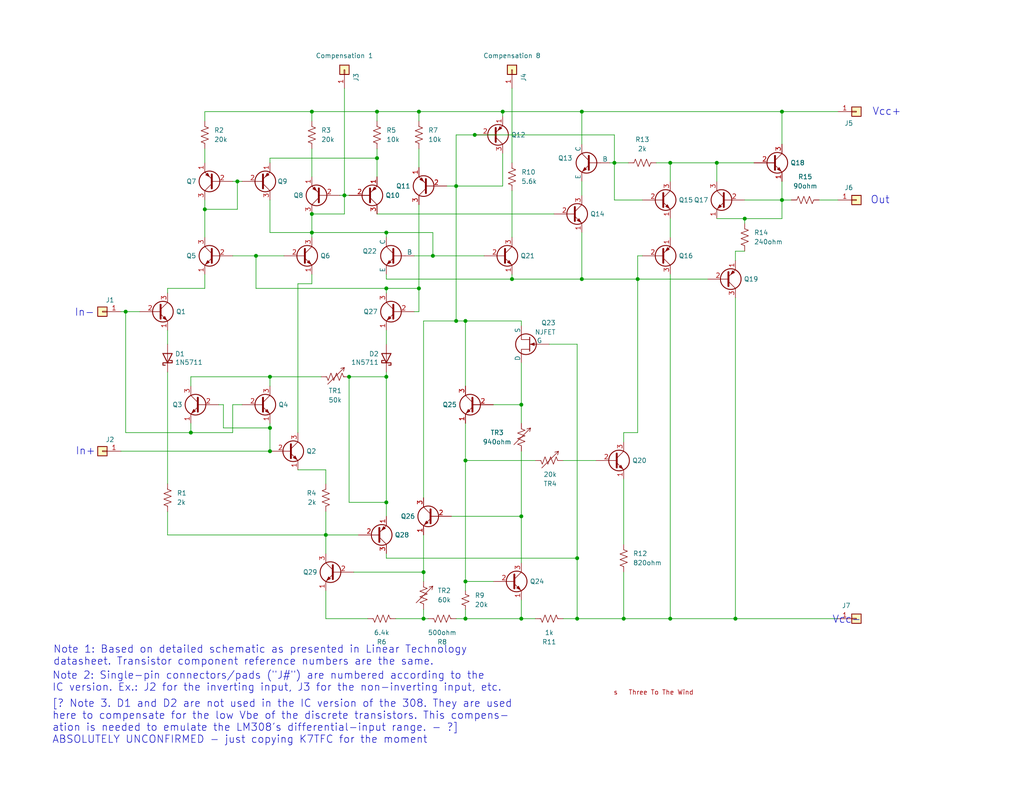
<source format=kicad_sch>
(kicad_sch
	(version 20231120)
	(generator "eeschema")
	(generator_version "8.0")
	(uuid "f8cfd3aa-e4ff-4f9d-9bf9-0adf19203b52")
	(paper "USLetter")
	(title_block
		(title "308 Op-Amp / Discrete Components - DIYrf/K7TFC Template")
		(date "2024-04-20")
		(rev "A")
	)
	(lib_symbols
		(symbol "Connector_Generic:Conn_01x01"
			(pin_names
				(offset 1.016) hide)
			(exclude_from_sim no)
			(in_bom yes)
			(on_board yes)
			(property "Reference" "J"
				(at 0 2.54 0)
				(effects
					(font
						(size 1.27 1.27)
					)
				)
			)
			(property "Value" "Conn_01x01"
				(at 0 -2.54 0)
				(effects
					(font
						(size 1.27 1.27)
					)
				)
			)
			(property "Footprint" ""
				(at 0 0 0)
				(effects
					(font
						(size 1.27 1.27)
					)
					(hide yes)
				)
			)
			(property "Datasheet" "~"
				(at 0 0 0)
				(effects
					(font
						(size 1.27 1.27)
					)
					(hide yes)
				)
			)
			(property "Description" "Generic connector, single row, 01x01, script generated (kicad-library-utils/schlib/autogen/connector/)"
				(at 0 0 0)
				(effects
					(font
						(size 1.27 1.27)
					)
					(hide yes)
				)
			)
			(property "ki_keywords" "connector"
				(at 0 0 0)
				(effects
					(font
						(size 1.27 1.27)
					)
					(hide yes)
				)
			)
			(property "ki_fp_filters" "Connector*:*_1x??_*"
				(at 0 0 0)
				(effects
					(font
						(size 1.27 1.27)
					)
					(hide yes)
				)
			)
			(symbol "Conn_01x01_1_1"
				(rectangle
					(start -1.27 0.127)
					(end 0 -0.127)
					(stroke
						(width 0.1524)
						(type default)
					)
					(fill
						(type none)
					)
				)
				(rectangle
					(start -1.27 1.27)
					(end 1.27 -1.27)
					(stroke
						(width 0.254)
						(type default)
					)
					(fill
						(type background)
					)
				)
				(pin passive line
					(at -5.08 0 0)
					(length 3.81)
					(name "Pin_1"
						(effects
							(font
								(size 1.27 1.27)
							)
						)
					)
					(number "1"
						(effects
							(font
								(size 1.27 1.27)
							)
						)
					)
				)
			)
		)
		(symbol "Device:R_Small_US"
			(pin_numbers hide)
			(pin_names
				(offset 0.254) hide)
			(exclude_from_sim no)
			(in_bom yes)
			(on_board yes)
			(property "Reference" "R"
				(at 0.762 0.508 0)
				(effects
					(font
						(size 1.27 1.27)
					)
					(justify left)
				)
			)
			(property "Value" "R_Small_US"
				(at 0.762 -1.016 0)
				(effects
					(font
						(size 1.27 1.27)
					)
					(justify left)
				)
			)
			(property "Footprint" ""
				(at 0 0 0)
				(effects
					(font
						(size 1.27 1.27)
					)
					(hide yes)
				)
			)
			(property "Datasheet" "~"
				(at 0 0 0)
				(effects
					(font
						(size 1.27 1.27)
					)
					(hide yes)
				)
			)
			(property "Description" "Resistor, small US symbol"
				(at 0 0 0)
				(effects
					(font
						(size 1.27 1.27)
					)
					(hide yes)
				)
			)
			(property "ki_keywords" "r resistor"
				(at 0 0 0)
				(effects
					(font
						(size 1.27 1.27)
					)
					(hide yes)
				)
			)
			(property "ki_fp_filters" "R_*"
				(at 0 0 0)
				(effects
					(font
						(size 1.27 1.27)
					)
					(hide yes)
				)
			)
			(symbol "R_Small_US_1_1"
				(polyline
					(pts
						(xy 0 0) (xy 1.016 -0.381) (xy 0 -0.762) (xy -1.016 -1.143) (xy 0 -1.524)
					)
					(stroke
						(width 0)
						(type default)
					)
					(fill
						(type none)
					)
				)
				(polyline
					(pts
						(xy 0 1.524) (xy 1.016 1.143) (xy 0 0.762) (xy -1.016 0.381) (xy 0 0)
					)
					(stroke
						(width 0)
						(type default)
					)
					(fill
						(type none)
					)
				)
				(pin passive line
					(at 0 2.54 270)
					(length 1.016)
					(name "~"
						(effects
							(font
								(size 1.27 1.27)
							)
						)
					)
					(number "1"
						(effects
							(font
								(size 1.27 1.27)
							)
						)
					)
				)
				(pin passive line
					(at 0 -2.54 90)
					(length 1.016)
					(name "~"
						(effects
							(font
								(size 1.27 1.27)
							)
						)
					)
					(number "2"
						(effects
							(font
								(size 1.27 1.27)
							)
						)
					)
				)
			)
		)
		(symbol "Device:R_US"
			(pin_numbers hide)
			(pin_names
				(offset 0)
			)
			(exclude_from_sim no)
			(in_bom yes)
			(on_board yes)
			(property "Reference" "R"
				(at 2.54 0 90)
				(effects
					(font
						(size 1.27 1.27)
					)
				)
			)
			(property "Value" "R_US"
				(at -2.54 0 90)
				(effects
					(font
						(size 1.27 1.27)
					)
				)
			)
			(property "Footprint" ""
				(at 1.016 -0.254 90)
				(effects
					(font
						(size 1.27 1.27)
					)
					(hide yes)
				)
			)
			(property "Datasheet" "~"
				(at 0 0 0)
				(effects
					(font
						(size 1.27 1.27)
					)
					(hide yes)
				)
			)
			(property "Description" "Resistor, US symbol"
				(at 0 0 0)
				(effects
					(font
						(size 1.27 1.27)
					)
					(hide yes)
				)
			)
			(property "ki_keywords" "R res resistor"
				(at 0 0 0)
				(effects
					(font
						(size 1.27 1.27)
					)
					(hide yes)
				)
			)
			(property "ki_fp_filters" "R_*"
				(at 0 0 0)
				(effects
					(font
						(size 1.27 1.27)
					)
					(hide yes)
				)
			)
			(symbol "R_US_0_1"
				(polyline
					(pts
						(xy 0 -2.286) (xy 0 -2.54)
					)
					(stroke
						(width 0)
						(type default)
					)
					(fill
						(type none)
					)
				)
				(polyline
					(pts
						(xy 0 2.286) (xy 0 2.54)
					)
					(stroke
						(width 0)
						(type default)
					)
					(fill
						(type none)
					)
				)
				(polyline
					(pts
						(xy 0 -0.762) (xy 1.016 -1.143) (xy 0 -1.524) (xy -1.016 -1.905) (xy 0 -2.286)
					)
					(stroke
						(width 0)
						(type default)
					)
					(fill
						(type none)
					)
				)
				(polyline
					(pts
						(xy 0 0.762) (xy 1.016 0.381) (xy 0 0) (xy -1.016 -0.381) (xy 0 -0.762)
					)
					(stroke
						(width 0)
						(type default)
					)
					(fill
						(type none)
					)
				)
				(polyline
					(pts
						(xy 0 2.286) (xy 1.016 1.905) (xy 0 1.524) (xy -1.016 1.143) (xy 0 0.762)
					)
					(stroke
						(width 0)
						(type default)
					)
					(fill
						(type none)
					)
				)
			)
			(symbol "R_US_1_1"
				(pin passive line
					(at 0 3.81 270)
					(length 1.27)
					(name "~"
						(effects
							(font
								(size 1.27 1.27)
							)
						)
					)
					(number "1"
						(effects
							(font
								(size 1.27 1.27)
							)
						)
					)
				)
				(pin passive line
					(at 0 -3.81 90)
					(length 1.27)
					(name "~"
						(effects
							(font
								(size 1.27 1.27)
							)
						)
					)
					(number "2"
						(effects
							(font
								(size 1.27 1.27)
							)
						)
					)
				)
			)
		)
		(symbol "Device:R_Variable_US"
			(pin_numbers hide)
			(pin_names
				(offset 0)
			)
			(exclude_from_sim no)
			(in_bom yes)
			(on_board yes)
			(property "Reference" "R"
				(at 2.54 -2.54 90)
				(effects
					(font
						(size 1.27 1.27)
					)
					(justify left)
				)
			)
			(property "Value" "R_Variable_US"
				(at -2.54 -1.27 90)
				(effects
					(font
						(size 1.27 1.27)
					)
					(justify left)
				)
			)
			(property "Footprint" ""
				(at -1.778 0 90)
				(effects
					(font
						(size 1.27 1.27)
					)
					(hide yes)
				)
			)
			(property "Datasheet" "~"
				(at 0 0 0)
				(effects
					(font
						(size 1.27 1.27)
					)
					(hide yes)
				)
			)
			(property "Description" "Variable resistor, US symbol"
				(at 0 0 0)
				(effects
					(font
						(size 1.27 1.27)
					)
					(hide yes)
				)
			)
			(property "ki_keywords" "R res resistor variable potentiometer rheostat"
				(at 0 0 0)
				(effects
					(font
						(size 1.27 1.27)
					)
					(hide yes)
				)
			)
			(property "ki_fp_filters" "R_*"
				(at 0 0 0)
				(effects
					(font
						(size 1.27 1.27)
					)
					(hide yes)
				)
			)
			(symbol "R_Variable_US_0_1"
				(polyline
					(pts
						(xy 0 -2.286) (xy 0 -2.54)
					)
					(stroke
						(width 0)
						(type default)
					)
					(fill
						(type none)
					)
				)
				(polyline
					(pts
						(xy 0 2.286) (xy 0 2.54)
					)
					(stroke
						(width 0)
						(type default)
					)
					(fill
						(type none)
					)
				)
				(polyline
					(pts
						(xy 0 -0.762) (xy 1.016 -1.143) (xy 0 -1.524) (xy -1.016 -1.905) (xy 0 -2.286)
					)
					(stroke
						(width 0)
						(type default)
					)
					(fill
						(type none)
					)
				)
				(polyline
					(pts
						(xy 0 0.762) (xy 1.016 0.381) (xy 0 0) (xy -1.016 -0.381) (xy 0 -0.762)
					)
					(stroke
						(width 0)
						(type default)
					)
					(fill
						(type none)
					)
				)
				(polyline
					(pts
						(xy 0 2.286) (xy 1.016 1.905) (xy 0 1.524) (xy -1.016 1.143) (xy 0 0.762)
					)
					(stroke
						(width 0.1524)
						(type default)
					)
					(fill
						(type none)
					)
				)
				(polyline
					(pts
						(xy 2.286 1.524) (xy 2.54 2.54) (xy 1.524 2.286) (xy 2.54 2.54) (xy -2.032 -2.032)
					)
					(stroke
						(width 0.1524)
						(type default)
					)
					(fill
						(type none)
					)
				)
			)
			(symbol "R_Variable_US_1_1"
				(pin passive line
					(at 0 3.81 270)
					(length 1.27)
					(name "~"
						(effects
							(font
								(size 1.27 1.27)
							)
						)
					)
					(number "1"
						(effects
							(font
								(size 1.27 1.27)
							)
						)
					)
				)
				(pin passive line
					(at 0 -3.81 90)
					(length 1.27)
					(name "~"
						(effects
							(font
								(size 1.27 1.27)
							)
						)
					)
					(number "2"
						(effects
							(font
								(size 1.27 1.27)
							)
						)
					)
				)
			)
		)
		(symbol "Diode:1N5711"
			(pin_numbers hide)
			(pin_names
				(offset 1.016) hide)
			(exclude_from_sim no)
			(in_bom yes)
			(on_board yes)
			(property "Reference" "D"
				(at 0 2.54 0)
				(effects
					(font
						(size 1.27 1.27)
					)
				)
			)
			(property "Value" "1N5711"
				(at 0 -2.54 0)
				(effects
					(font
						(size 1.27 1.27)
					)
				)
			)
			(property "Footprint" "Diode_THT:D_DO-35_SOD27_P7.62mm_Horizontal"
				(at 0 -4.445 0)
				(effects
					(font
						(size 1.27 1.27)
					)
					(hide yes)
				)
			)
			(property "Datasheet" "https://www.microsemi.com/document-portal/doc_download/8865-lds-0040-datasheet"
				(at 0 0 0)
				(effects
					(font
						(size 1.27 1.27)
					)
					(hide yes)
				)
			)
			(property "Description" "70V 33mA Schottky diode, DO-35"
				(at 0 0 0)
				(effects
					(font
						(size 1.27 1.27)
					)
					(hide yes)
				)
			)
			(property "ki_keywords" "diode Schottky"
				(at 0 0 0)
				(effects
					(font
						(size 1.27 1.27)
					)
					(hide yes)
				)
			)
			(property "ki_fp_filters" "D*DO?35*"
				(at 0 0 0)
				(effects
					(font
						(size 1.27 1.27)
					)
					(hide yes)
				)
			)
			(symbol "1N5711_0_1"
				(polyline
					(pts
						(xy 1.27 0) (xy -1.27 0)
					)
					(stroke
						(width 0)
						(type default)
					)
					(fill
						(type none)
					)
				)
				(polyline
					(pts
						(xy 1.27 1.27) (xy 1.27 -1.27) (xy -1.27 0) (xy 1.27 1.27)
					)
					(stroke
						(width 0.254)
						(type default)
					)
					(fill
						(type none)
					)
				)
				(polyline
					(pts
						(xy -1.905 0.635) (xy -1.905 1.27) (xy -1.27 1.27) (xy -1.27 -1.27) (xy -0.635 -1.27) (xy -0.635 -0.635)
					)
					(stroke
						(width 0.254)
						(type default)
					)
					(fill
						(type none)
					)
				)
			)
			(symbol "1N5711_1_1"
				(pin passive line
					(at -3.81 0 0)
					(length 2.54)
					(name "K"
						(effects
							(font
								(size 1.27 1.27)
							)
						)
					)
					(number "1"
						(effects
							(font
								(size 1.27 1.27)
							)
						)
					)
				)
				(pin passive line
					(at 3.81 0 180)
					(length 2.54)
					(name "A"
						(effects
							(font
								(size 1.27 1.27)
							)
						)
					)
					(number "2"
						(effects
							(font
								(size 1.27 1.27)
							)
						)
					)
				)
			)
		)
		(symbol "Simulation_SPICE:NJFET"
			(pin_numbers hide)
			(pin_names
				(offset 0)
			)
			(exclude_from_sim no)
			(in_bom yes)
			(on_board yes)
			(property "Reference" "Q"
				(at 5.08 1.27 0)
				(effects
					(font
						(size 1.27 1.27)
					)
					(justify left)
				)
			)
			(property "Value" "NJFET"
				(at 5.08 -1.27 0)
				(effects
					(font
						(size 1.27 1.27)
					)
					(justify left)
				)
			)
			(property "Footprint" ""
				(at 5.08 2.54 0)
				(effects
					(font
						(size 1.27 1.27)
					)
					(hide yes)
				)
			)
			(property "Datasheet" "https://ngspice.sourceforge.io/docs/ngspice-html-manual/manual.xhtml#cha_JFETs"
				(at 0 0 0)
				(effects
					(font
						(size 1.27 1.27)
					)
					(hide yes)
				)
			)
			(property "Description" "N-JFET transistor, for simulation only"
				(at 0 0 0)
				(effects
					(font
						(size 1.27 1.27)
					)
					(hide yes)
				)
			)
			(property "Sim.Device" "NJFET"
				(at 0 0 0)
				(effects
					(font
						(size 1.27 1.27)
					)
					(hide yes)
				)
			)
			(property "Sim.Type" "SHICHMANHODGES"
				(at 0 0 0)
				(effects
					(font
						(size 1.27 1.27)
					)
					(hide yes)
				)
			)
			(property "Sim.Pins" "1=D 2=G 3=S"
				(at 0 0 0)
				(effects
					(font
						(size 1.27 1.27)
					)
					(hide yes)
				)
			)
			(property "ki_keywords" "transistor NJFET N-JFET"
				(at 0 0 0)
				(effects
					(font
						(size 1.27 1.27)
					)
					(hide yes)
				)
			)
			(symbol "NJFET_0_1"
				(polyline
					(pts
						(xy 0.254 1.905) (xy 0.254 -1.905) (xy 0.254 -1.905)
					)
					(stroke
						(width 0.254)
						(type default)
					)
					(fill
						(type none)
					)
				)
				(polyline
					(pts
						(xy 2.54 -2.54) (xy 2.54 -1.27) (xy 0.254 -1.27)
					)
					(stroke
						(width 0)
						(type default)
					)
					(fill
						(type none)
					)
				)
				(polyline
					(pts
						(xy 2.54 2.54) (xy 2.54 1.397) (xy 0.254 1.397)
					)
					(stroke
						(width 0)
						(type default)
					)
					(fill
						(type none)
					)
				)
				(polyline
					(pts
						(xy 0 0) (xy -1.016 0.381) (xy -1.016 -0.381) (xy 0 0)
					)
					(stroke
						(width 0)
						(type default)
					)
					(fill
						(type outline)
					)
				)
				(circle
					(center 1.27 0)
					(radius 2.8194)
					(stroke
						(width 0.254)
						(type default)
					)
					(fill
						(type none)
					)
				)
			)
			(symbol "NJFET_1_1"
				(pin passive line
					(at 2.54 5.08 270)
					(length 2.54)
					(name "D"
						(effects
							(font
								(size 1.27 1.27)
							)
						)
					)
					(number "1"
						(effects
							(font
								(size 1.27 1.27)
							)
						)
					)
				)
				(pin input line
					(at -5.08 0 0)
					(length 5.334)
					(name "G"
						(effects
							(font
								(size 1.27 1.27)
							)
						)
					)
					(number "2"
						(effects
							(font
								(size 1.27 1.27)
							)
						)
					)
				)
				(pin passive line
					(at 2.54 -5.08 90)
					(length 2.54)
					(name "S"
						(effects
							(font
								(size 1.27 1.27)
							)
						)
					)
					(number "3"
						(effects
							(font
								(size 1.27 1.27)
							)
						)
					)
				)
			)
		)
		(symbol "Simulation_SPICE:NPN"
			(pin_numbers hide)
			(pin_names
				(offset 0)
			)
			(exclude_from_sim no)
			(in_bom yes)
			(on_board yes)
			(property "Reference" "Q"
				(at -2.54 7.62 0)
				(effects
					(font
						(size 1.27 1.27)
					)
				)
			)
			(property "Value" "NPN"
				(at -2.54 5.08 0)
				(effects
					(font
						(size 1.27 1.27)
					)
				)
			)
			(property "Footprint" ""
				(at 63.5 0 0)
				(effects
					(font
						(size 1.27 1.27)
					)
					(hide yes)
				)
			)
			(property "Datasheet" "https://ngspice.sourceforge.io/docs/ngspice-html-manual/manual.xhtml#cha_BJTs"
				(at 63.5 0 0)
				(effects
					(font
						(size 1.27 1.27)
					)
					(hide yes)
				)
			)
			(property "Description" "Bipolar transistor symbol for simulation only, substrate tied to the emitter"
				(at 0 0 0)
				(effects
					(font
						(size 1.27 1.27)
					)
					(hide yes)
				)
			)
			(property "Sim.Device" "NPN"
				(at 0 0 0)
				(effects
					(font
						(size 1.27 1.27)
					)
					(hide yes)
				)
			)
			(property "Sim.Type" "GUMMELPOON"
				(at 0 0 0)
				(effects
					(font
						(size 1.27 1.27)
					)
					(hide yes)
				)
			)
			(property "Sim.Pins" "1=C 2=B 3=E"
				(at 0 0 0)
				(effects
					(font
						(size 1.27 1.27)
					)
					(hide yes)
				)
			)
			(property "ki_keywords" "simulation"
				(at 0 0 0)
				(effects
					(font
						(size 1.27 1.27)
					)
					(hide yes)
				)
			)
			(symbol "NPN_0_1"
				(polyline
					(pts
						(xy -2.54 0) (xy 0.635 0)
					)
					(stroke
						(width 0.1524)
						(type default)
					)
					(fill
						(type none)
					)
				)
				(polyline
					(pts
						(xy 0.635 0.635) (xy 2.54 2.54)
					)
					(stroke
						(width 0)
						(type default)
					)
					(fill
						(type none)
					)
				)
				(polyline
					(pts
						(xy 2.794 -1.27) (xy 2.794 -1.27)
					)
					(stroke
						(width 0.1524)
						(type default)
					)
					(fill
						(type none)
					)
				)
				(polyline
					(pts
						(xy 2.794 -1.27) (xy 2.794 -1.27)
					)
					(stroke
						(width 0.1524)
						(type default)
					)
					(fill
						(type none)
					)
				)
				(polyline
					(pts
						(xy 0.635 -0.635) (xy 2.54 -2.54) (xy 2.54 -2.54)
					)
					(stroke
						(width 0)
						(type default)
					)
					(fill
						(type none)
					)
				)
				(polyline
					(pts
						(xy 0.635 1.905) (xy 0.635 -1.905) (xy 0.635 -1.905)
					)
					(stroke
						(width 0.508)
						(type default)
					)
					(fill
						(type none)
					)
				)
				(polyline
					(pts
						(xy 1.27 -1.778) (xy 1.778 -1.27) (xy 2.286 -2.286) (xy 1.27 -1.778) (xy 1.27 -1.778)
					)
					(stroke
						(width 0)
						(type default)
					)
					(fill
						(type outline)
					)
				)
				(circle
					(center 1.27 0)
					(radius 2.8194)
					(stroke
						(width 0.254)
						(type default)
					)
					(fill
						(type none)
					)
				)
			)
			(symbol "NPN_1_1"
				(pin open_collector line
					(at 2.54 5.08 270)
					(length 2.54)
					(name "C"
						(effects
							(font
								(size 1.27 1.27)
							)
						)
					)
					(number "1"
						(effects
							(font
								(size 1.27 1.27)
							)
						)
					)
				)
				(pin input line
					(at -5.08 0 0)
					(length 2.54)
					(name "B"
						(effects
							(font
								(size 1.27 1.27)
							)
						)
					)
					(number "2"
						(effects
							(font
								(size 1.27 1.27)
							)
						)
					)
				)
				(pin open_emitter line
					(at 2.54 -5.08 90)
					(length 2.54)
					(name "E"
						(effects
							(font
								(size 1.27 1.27)
							)
						)
					)
					(number "3"
						(effects
							(font
								(size 1.27 1.27)
							)
						)
					)
				)
			)
		)
		(symbol "Transistor_BJT:2N3904"
			(pin_names
				(offset 0) hide)
			(exclude_from_sim no)
			(in_bom yes)
			(on_board yes)
			(property "Reference" "Q"
				(at 5.08 1.905 0)
				(effects
					(font
						(size 1.27 1.27)
					)
					(justify left)
				)
			)
			(property "Value" "2N3904"
				(at 5.08 0 0)
				(effects
					(font
						(size 1.27 1.27)
					)
					(justify left)
				)
			)
			(property "Footprint" "Package_TO_SOT_THT:TO-92_Inline"
				(at 5.08 -1.905 0)
				(effects
					(font
						(size 1.27 1.27)
						(italic yes)
					)
					(justify left)
					(hide yes)
				)
			)
			(property "Datasheet" "https://www.onsemi.com/pub/Collateral/2N3903-D.PDF"
				(at 0 0 0)
				(effects
					(font
						(size 1.27 1.27)
					)
					(justify left)
					(hide yes)
				)
			)
			(property "Description" "0.2A Ic, 40V Vce, Small Signal NPN Transistor, TO-92"
				(at 0 0 0)
				(effects
					(font
						(size 1.27 1.27)
					)
					(hide yes)
				)
			)
			(property "ki_keywords" "NPN Transistor"
				(at 0 0 0)
				(effects
					(font
						(size 1.27 1.27)
					)
					(hide yes)
				)
			)
			(property "ki_fp_filters" "TO?92*"
				(at 0 0 0)
				(effects
					(font
						(size 1.27 1.27)
					)
					(hide yes)
				)
			)
			(symbol "2N3904_0_1"
				(polyline
					(pts
						(xy 0.635 0.635) (xy 2.54 2.54)
					)
					(stroke
						(width 0)
						(type default)
					)
					(fill
						(type none)
					)
				)
				(polyline
					(pts
						(xy 0.635 -0.635) (xy 2.54 -2.54) (xy 2.54 -2.54)
					)
					(stroke
						(width 0)
						(type default)
					)
					(fill
						(type none)
					)
				)
				(polyline
					(pts
						(xy 0.635 1.905) (xy 0.635 -1.905) (xy 0.635 -1.905)
					)
					(stroke
						(width 0.508)
						(type default)
					)
					(fill
						(type none)
					)
				)
				(polyline
					(pts
						(xy 1.27 -1.778) (xy 1.778 -1.27) (xy 2.286 -2.286) (xy 1.27 -1.778) (xy 1.27 -1.778)
					)
					(stroke
						(width 0)
						(type default)
					)
					(fill
						(type outline)
					)
				)
				(circle
					(center 1.27 0)
					(radius 2.8194)
					(stroke
						(width 0.254)
						(type default)
					)
					(fill
						(type none)
					)
				)
			)
			(symbol "2N3904_1_1"
				(pin passive line
					(at 2.54 -5.08 90)
					(length 2.54)
					(name "E"
						(effects
							(font
								(size 1.27 1.27)
							)
						)
					)
					(number "1"
						(effects
							(font
								(size 1.27 1.27)
							)
						)
					)
				)
				(pin passive line
					(at -5.08 0 0)
					(length 5.715)
					(name "B"
						(effects
							(font
								(size 1.27 1.27)
							)
						)
					)
					(number "2"
						(effects
							(font
								(size 1.27 1.27)
							)
						)
					)
				)
				(pin passive line
					(at 2.54 5.08 270)
					(length 2.54)
					(name "C"
						(effects
							(font
								(size 1.27 1.27)
							)
						)
					)
					(number "3"
						(effects
							(font
								(size 1.27 1.27)
							)
						)
					)
				)
			)
		)
		(symbol "Transistor_BJT:2N3906"
			(pin_names
				(offset 0) hide)
			(exclude_from_sim no)
			(in_bom yes)
			(on_board yes)
			(property "Reference" "Q"
				(at 5.08 1.905 0)
				(effects
					(font
						(size 1.27 1.27)
					)
					(justify left)
				)
			)
			(property "Value" "2N3906"
				(at 5.08 0 0)
				(effects
					(font
						(size 1.27 1.27)
					)
					(justify left)
				)
			)
			(property "Footprint" "Package_TO_SOT_THT:TO-92_Inline"
				(at 5.08 -1.905 0)
				(effects
					(font
						(size 1.27 1.27)
						(italic yes)
					)
					(justify left)
					(hide yes)
				)
			)
			(property "Datasheet" "https://www.onsemi.com/pub/Collateral/2N3906-D.PDF"
				(at 0 0 0)
				(effects
					(font
						(size 1.27 1.27)
					)
					(justify left)
					(hide yes)
				)
			)
			(property "Description" "-0.2A Ic, -40V Vce, Small Signal PNP Transistor, TO-92"
				(at 0 0 0)
				(effects
					(font
						(size 1.27 1.27)
					)
					(hide yes)
				)
			)
			(property "ki_keywords" "PNP Transistor"
				(at 0 0 0)
				(effects
					(font
						(size 1.27 1.27)
					)
					(hide yes)
				)
			)
			(property "ki_fp_filters" "TO?92*"
				(at 0 0 0)
				(effects
					(font
						(size 1.27 1.27)
					)
					(hide yes)
				)
			)
			(symbol "2N3906_0_1"
				(polyline
					(pts
						(xy 0.635 0.635) (xy 2.54 2.54)
					)
					(stroke
						(width 0)
						(type default)
					)
					(fill
						(type none)
					)
				)
				(polyline
					(pts
						(xy 0.635 -0.635) (xy 2.54 -2.54) (xy 2.54 -2.54)
					)
					(stroke
						(width 0)
						(type default)
					)
					(fill
						(type none)
					)
				)
				(polyline
					(pts
						(xy 0.635 1.905) (xy 0.635 -1.905) (xy 0.635 -1.905)
					)
					(stroke
						(width 0.508)
						(type default)
					)
					(fill
						(type none)
					)
				)
				(polyline
					(pts
						(xy 2.286 -1.778) (xy 1.778 -2.286) (xy 1.27 -1.27) (xy 2.286 -1.778) (xy 2.286 -1.778)
					)
					(stroke
						(width 0)
						(type default)
					)
					(fill
						(type outline)
					)
				)
				(circle
					(center 1.27 0)
					(radius 2.8194)
					(stroke
						(width 0.254)
						(type default)
					)
					(fill
						(type none)
					)
				)
			)
			(symbol "2N3906_1_1"
				(pin passive line
					(at 2.54 -5.08 90)
					(length 2.54)
					(name "E"
						(effects
							(font
								(size 1.27 1.27)
							)
						)
					)
					(number "1"
						(effects
							(font
								(size 1.27 1.27)
							)
						)
					)
				)
				(pin input line
					(at -5.08 0 0)
					(length 5.715)
					(name "B"
						(effects
							(font
								(size 1.27 1.27)
							)
						)
					)
					(number "2"
						(effects
							(font
								(size 1.27 1.27)
							)
						)
					)
				)
				(pin passive line
					(at 2.54 5.08 270)
					(length 2.54)
					(name "C"
						(effects
							(font
								(size 1.27 1.27)
							)
						)
					)
					(number "3"
						(effects
							(font
								(size 1.27 1.27)
							)
						)
					)
				)
			)
		)
	)
	(junction
		(at 142.24 140.97)
		(diameter 0)
		(color 0 0 0 0)
		(uuid "00a48861-fe51-47c3-96e6-f7d7fe98569d")
	)
	(junction
		(at 127 125.73)
		(diameter 0)
		(color 0 0 0 0)
		(uuid "06c2d161-38d0-4ffc-9673-967519c974da")
	)
	(junction
		(at 64.77 49.53)
		(diameter 0)
		(color 0 0 0 0)
		(uuid "0b1b887e-f928-4472-944d-2341e073dc22")
	)
	(junction
		(at 55.88 57.15)
		(diameter 0)
		(color 0 0 0 0)
		(uuid "0d43f5b3-8577-453b-ac62-330f94b26e4c")
	)
	(junction
		(at 73.66 116.84)
		(diameter 0)
		(color 0 0 0 0)
		(uuid "0d6b5277-6805-41e8-8952-dbf6779f141e")
	)
	(junction
		(at 85.09 58.42)
		(diameter 0)
		(color 0 0 0 0)
		(uuid "1cf84cdc-09ab-4efb-8750-14f0839efcd4")
	)
	(junction
		(at 93.98 53.34)
		(diameter 0)
		(color 0 0 0 0)
		(uuid "1fca676e-ae59-44b9-8e09-e7143ea6721e")
	)
	(junction
		(at 85.09 30.48)
		(diameter 0)
		(color 0 0 0 0)
		(uuid "22492983-d964-4da2-b904-616e4d56d452")
	)
	(junction
		(at 142.24 168.91)
		(diameter 0)
		(color 0 0 0 0)
		(uuid "27bbebbd-8cb0-42b4-8da4-fc9db2ce6922")
	)
	(junction
		(at 203.2 59.69)
		(diameter 0)
		(color 0 0 0 0)
		(uuid "3019bdde-1666-4472-b972-28f0225c37f2")
	)
	(junction
		(at 69.85 69.85)
		(diameter 0)
		(color 0 0 0 0)
		(uuid "32bbf22d-918d-41b7-ba93-26f91f989e57")
	)
	(junction
		(at 182.88 44.45)
		(diameter 0)
		(color 0 0 0 0)
		(uuid "3365decc-924f-4dc7-a86a-8e054316771e")
	)
	(junction
		(at 118.11 69.85)
		(diameter 0)
		(color 0 0 0 0)
		(uuid "3906d889-09eb-4e82-b44e-671977948a3a")
	)
	(junction
		(at 170.18 168.91)
		(diameter 0)
		(color 0 0 0 0)
		(uuid "4b012119-e9c1-4921-8b49-06f8391952ff")
	)
	(junction
		(at 88.9 146.05)
		(diameter 0)
		(color 0 0 0 0)
		(uuid "4c3cfba5-cd98-49a3-b326-de5ecf892fe6")
	)
	(junction
		(at 127 168.91)
		(diameter 0)
		(color 0 0 0 0)
		(uuid "517f6fc8-c3ac-4a1e-9a2d-e8850f2aaffa")
	)
	(junction
		(at 114.3 30.48)
		(diameter 0)
		(color 0 0 0 0)
		(uuid "55b84212-034d-454a-b0f7-884040cc6fbe")
	)
	(junction
		(at 137.16 30.48)
		(diameter 0)
		(color 0 0 0 0)
		(uuid "55f8e2ec-3c03-4e60-bd99-2c04d2391cca")
	)
	(junction
		(at 105.41 78.74)
		(diameter 0)
		(color 0 0 0 0)
		(uuid "59db6228-5a58-4231-9aee-87df50bd3cea")
	)
	(junction
		(at 129.54 36.83)
		(diameter 0)
		(color 0 0 0 0)
		(uuid "62c28b7d-ebe5-4f7a-b6d1-f8e4d6380b13")
	)
	(junction
		(at 213.36 54.61)
		(diameter 0)
		(color 0 0 0 0)
		(uuid "62e0a905-31aa-4bc9-9e72-c8824a48285c")
	)
	(junction
		(at 158.75 30.48)
		(diameter 0)
		(color 0 0 0 0)
		(uuid "641d2eec-fb54-42ab-8762-0c626d9958be")
	)
	(junction
		(at 73.66 102.87)
		(diameter 0)
		(color 0 0 0 0)
		(uuid "69f23afa-22bc-414a-bc5f-8bbd64359fd0")
	)
	(junction
		(at 127 87.63)
		(diameter 0)
		(color 0 0 0 0)
		(uuid "6ff5fa55-bb09-47c0-a2c2-1d52f991d37c")
	)
	(junction
		(at 213.36 30.48)
		(diameter 0)
		(color 0 0 0 0)
		(uuid "722a09bb-abd5-4acf-ac8d-63551f4ae0f6")
	)
	(junction
		(at 124.46 50.8)
		(diameter 0)
		(color 0 0 0 0)
		(uuid "7300c9ee-c8c7-4a6f-b447-d8d75266aaf5")
	)
	(junction
		(at 102.87 30.48)
		(diameter 0)
		(color 0 0 0 0)
		(uuid "775455bb-bda7-48c2-844a-6748b4f87808")
	)
	(junction
		(at 105.41 137.16)
		(diameter 0)
		(color 0 0 0 0)
		(uuid "7e96d9f2-c047-42f7-b8c6-2bbae71db685")
	)
	(junction
		(at 114.3 78.74)
		(diameter 0)
		(color 0 0 0 0)
		(uuid "8582951a-0803-48ca-ab0b-99b3f02a2acc")
	)
	(junction
		(at 167.64 44.45)
		(diameter 0)
		(color 0 0 0 0)
		(uuid "8b7ce8c3-452e-493e-9e97-3bf105ecac63")
	)
	(junction
		(at 195.58 44.45)
		(diameter 0)
		(color 0 0 0 0)
		(uuid "98813ff6-a753-4aa5-8c26-028e8b894d7a")
	)
	(junction
		(at 157.48 152.4)
		(diameter 0)
		(color 0 0 0 0)
		(uuid "a1738000-7c2a-415a-9aaa-a65931828d73")
	)
	(junction
		(at 173.99 76.2)
		(diameter 0)
		(color 0 0 0 0)
		(uuid "a610c26b-5ca5-4309-9b6b-0b55b75648f7")
	)
	(junction
		(at 105.41 63.5)
		(diameter 0)
		(color 0 0 0 0)
		(uuid "abc8b6aa-80f9-44eb-9e89-cff59b64b357")
	)
	(junction
		(at 102.87 43.18)
		(diameter 0)
		(color 0 0 0 0)
		(uuid "ac47c007-c0d0-42fb-b968-f041174179dd")
	)
	(junction
		(at 52.07 118.11)
		(diameter 0)
		(color 0 0 0 0)
		(uuid "acbe52bd-7de2-44d5-8724-6026fb9a4364")
	)
	(junction
		(at 127 158.75)
		(diameter 0)
		(color 0 0 0 0)
		(uuid "b0b33276-6bb6-4960-b015-a72b532f6aeb")
	)
	(junction
		(at 182.88 168.91)
		(diameter 0)
		(color 0 0 0 0)
		(uuid "c804221f-f5a9-4aff-b4bc-39ee050f4b9b")
	)
	(junction
		(at 115.57 156.21)
		(diameter 0)
		(color 0 0 0 0)
		(uuid "cee51808-1e60-4030-9426-296b74760d71")
	)
	(junction
		(at 158.75 76.2)
		(diameter 0)
		(color 0 0 0 0)
		(uuid "cf3f3ffe-960e-4fea-9d78-8ade7e35faf3")
	)
	(junction
		(at 142.24 110.49)
		(diameter 0)
		(color 0 0 0 0)
		(uuid "de059d05-c71b-4820-8512-aa62dac6dc4e")
	)
	(junction
		(at 34.29 85.09)
		(diameter 0)
		(color 0 0 0 0)
		(uuid "df19fc94-e1bc-478f-84b3-6180127432be")
	)
	(junction
		(at 73.66 123.19)
		(diameter 0)
		(color 0 0 0 0)
		(uuid "df9efd65-0523-4e6e-b54b-318be5221439")
	)
	(junction
		(at 139.7 76.2)
		(diameter 0)
		(color 0 0 0 0)
		(uuid "e09869b8-f4d6-495a-bb04-82ce8af269ae")
	)
	(junction
		(at 124.46 87.63)
		(diameter 0)
		(color 0 0 0 0)
		(uuid "e122d473-29d4-454e-9aac-86ab7335560d")
	)
	(junction
		(at 105.41 102.87)
		(diameter 0)
		(color 0 0 0 0)
		(uuid "e605ea93-ceb7-4bce-837c-26b2cf6bef81")
	)
	(junction
		(at 115.57 168.91)
		(diameter 0)
		(color 0 0 0 0)
		(uuid "e62d39d6-c3cc-4a16-bf5a-66600c9d509c")
	)
	(junction
		(at 95.25 102.87)
		(diameter 0)
		(color 0 0 0 0)
		(uuid "e642619d-b737-4c99-9124-b344cd6ca5f5")
	)
	(junction
		(at 85.09 63.5)
		(diameter 0)
		(color 0 0 0 0)
		(uuid "fa08d73a-5d21-4441-a5a0-acdf31b0523c")
	)
	(junction
		(at 200.66 168.91)
		(diameter 0)
		(color 0 0 0 0)
		(uuid "fab46638-2b63-49f0-af3b-19c2a248691c")
	)
	(junction
		(at 157.48 168.91)
		(diameter 0)
		(color 0 0 0 0)
		(uuid "fca4f9ae-c19a-48d3-b7b6-12eccb5141db")
	)
	(wire
		(pts
			(xy 123.19 140.97) (xy 142.24 140.97)
		)
		(stroke
			(width 0)
			(type default)
		)
		(uuid "0059f7ea-d77a-4c4e-98cd-52234b996c91")
	)
	(wire
		(pts
			(xy 105.41 101.6) (xy 105.41 102.87)
		)
		(stroke
			(width 0)
			(type default)
		)
		(uuid "00d6d25b-c6db-4ac4-b23c-c9f86147fad9")
	)
	(wire
		(pts
			(xy 52.07 102.87) (xy 73.66 102.87)
		)
		(stroke
			(width 0)
			(type default)
		)
		(uuid "022960ee-644f-46a0-899d-822c01628b0c")
	)
	(wire
		(pts
			(xy 102.87 58.42) (xy 151.13 58.42)
		)
		(stroke
			(width 0)
			(type default)
		)
		(uuid "0415b629-3fdb-429f-a746-6067c71bd736")
	)
	(wire
		(pts
			(xy 137.16 30.48) (xy 137.16 31.75)
		)
		(stroke
			(width 0)
			(type default)
		)
		(uuid "08025614-bb41-4fd7-b846-3635a7364ee5")
	)
	(wire
		(pts
			(xy 182.88 44.45) (xy 179.07 44.45)
		)
		(stroke
			(width 0)
			(type default)
		)
		(uuid "08982e29-ef81-4fbc-8c1d-afdca4d03f2b")
	)
	(wire
		(pts
			(xy 113.03 69.85) (xy 118.11 69.85)
		)
		(stroke
			(width 0)
			(type default)
		)
		(uuid "0ac4f23e-f2b6-47a0-8ee3-bb651b8ad86b")
	)
	(wire
		(pts
			(xy 73.66 102.87) (xy 73.66 105.41)
		)
		(stroke
			(width 0)
			(type default)
		)
		(uuid "0bdb196f-e3e2-43a9-8695-2a16bbb0a9fa")
	)
	(wire
		(pts
			(xy 170.18 130.81) (xy 170.18 148.59)
		)
		(stroke
			(width 0)
			(type default)
		)
		(uuid "0c3c6667-2a7d-4c53-9149-8946a36c2c99")
	)
	(wire
		(pts
			(xy 102.87 30.48) (xy 102.87 33.02)
		)
		(stroke
			(width 0)
			(type default)
		)
		(uuid "0c6fcf2f-e522-4f92-a52d-8e4f05c98c75")
	)
	(wire
		(pts
			(xy 88.9 128.27) (xy 88.9 132.08)
		)
		(stroke
			(width 0)
			(type default)
		)
		(uuid "0e5d8667-59eb-4faf-88ff-a3ae5848797a")
	)
	(wire
		(pts
			(xy 139.7 24.13) (xy 139.7 44.45)
		)
		(stroke
			(width 0)
			(type default)
		)
		(uuid "0f89b726-7eef-4692-b102-c8ab54f85af8")
	)
	(wire
		(pts
			(xy 158.75 30.48) (xy 213.36 30.48)
		)
		(stroke
			(width 0)
			(type default)
		)
		(uuid "17dc2c7e-4d90-4d37-93f2-92edece7ae8f")
	)
	(wire
		(pts
			(xy 142.24 140.97) (xy 142.24 153.67)
		)
		(stroke
			(width 0)
			(type default)
		)
		(uuid "197e0f49-8638-4128-b8fb-f4628b980c54")
	)
	(wire
		(pts
			(xy 88.9 139.7) (xy 88.9 146.05)
		)
		(stroke
			(width 0)
			(type default)
		)
		(uuid "1b544edc-a332-4554-be28-39c13ec5347b")
	)
	(wire
		(pts
			(xy 200.66 168.91) (xy 228.6 168.91)
		)
		(stroke
			(width 0)
			(type default)
		)
		(uuid "20f40500-9794-40b3-87b4-b7800c7aa091")
	)
	(wire
		(pts
			(xy 203.2 59.69) (xy 203.2 60.96)
		)
		(stroke
			(width 0)
			(type default)
		)
		(uuid "24ff325a-b3a2-4a69-b379-a5b938f65012")
	)
	(wire
		(pts
			(xy 73.66 102.87) (xy 87.63 102.87)
		)
		(stroke
			(width 0)
			(type default)
		)
		(uuid "252cb73c-69b3-4c7c-ae6b-2cbd71ca1ab4")
	)
	(wire
		(pts
			(xy 88.9 168.91) (xy 100.33 168.91)
		)
		(stroke
			(width 0)
			(type default)
		)
		(uuid "26b15ae9-1e2d-48c4-9294-80aa8a848679")
	)
	(wire
		(pts
			(xy 167.64 36.83) (xy 167.64 44.45)
		)
		(stroke
			(width 0)
			(type default)
		)
		(uuid "2ac72a4b-b250-494a-bb08-cb76a12388f2")
	)
	(wire
		(pts
			(xy 213.36 49.53) (xy 213.36 54.61)
		)
		(stroke
			(width 0)
			(type default)
		)
		(uuid "2caae9a4-829f-4840-9247-8bf72112e1ab")
	)
	(wire
		(pts
			(xy 85.09 63.5) (xy 85.09 64.77)
		)
		(stroke
			(width 0)
			(type default)
		)
		(uuid "2d050731-c0b1-4a43-93be-5b371fe1b8b7")
	)
	(wire
		(pts
			(xy 107.95 168.91) (xy 115.57 168.91)
		)
		(stroke
			(width 0)
			(type default)
		)
		(uuid "306e7e26-d138-404c-b669-b5acb53c96f2")
	)
	(wire
		(pts
			(xy 34.29 118.11) (xy 34.29 85.09)
		)
		(stroke
			(width 0)
			(type default)
		)
		(uuid "32061ad2-d77d-48f7-947b-563679f40749")
	)
	(wire
		(pts
			(xy 34.29 85.09) (xy 38.1 85.09)
		)
		(stroke
			(width 0)
			(type default)
		)
		(uuid "343df3e2-7720-4fa6-82d4-ec71da65f400")
	)
	(wire
		(pts
			(xy 88.9 146.05) (xy 97.79 146.05)
		)
		(stroke
			(width 0)
			(type default)
		)
		(uuid "34c67207-2f1c-4e81-8d97-9623e16e2fd0")
	)
	(wire
		(pts
			(xy 167.64 44.45) (xy 171.45 44.45)
		)
		(stroke
			(width 0)
			(type default)
		)
		(uuid "356761f5-5b4d-4f3a-af93-2cd5db28d556")
	)
	(wire
		(pts
			(xy 88.9 146.05) (xy 45.72 146.05)
		)
		(stroke
			(width 0)
			(type default)
		)
		(uuid "361cd1a5-16f2-45ba-8eb1-2471adb66278")
	)
	(wire
		(pts
			(xy 124.46 87.63) (xy 127 87.63)
		)
		(stroke
			(width 0)
			(type default)
		)
		(uuid "36a34c30-3c67-4de4-9ca8-dfce71bfe42a")
	)
	(wire
		(pts
			(xy 139.7 52.07) (xy 139.7 64.77)
		)
		(stroke
			(width 0)
			(type default)
		)
		(uuid "38413d88-2729-4d9f-baec-7194bd6aec1f")
	)
	(wire
		(pts
			(xy 124.46 36.83) (xy 124.46 50.8)
		)
		(stroke
			(width 0)
			(type default)
		)
		(uuid "3861ba00-ba26-4cd8-944c-ab821ec8e64c")
	)
	(wire
		(pts
			(xy 182.88 59.69) (xy 182.88 64.77)
		)
		(stroke
			(width 0)
			(type default)
		)
		(uuid "39fe4e99-6c89-4360-870e-e2c6fc83746b")
	)
	(wire
		(pts
			(xy 127 158.75) (xy 127 161.29)
		)
		(stroke
			(width 0)
			(type default)
		)
		(uuid "3cd6bfa4-bb4a-4c12-9a39-12c20a9db1d7")
	)
	(wire
		(pts
			(xy 69.85 69.85) (xy 77.47 69.85)
		)
		(stroke
			(width 0)
			(type default)
		)
		(uuid "3e191ecb-a977-46a2-af60-ab995f32b681")
	)
	(wire
		(pts
			(xy 45.72 139.7) (xy 45.72 146.05)
		)
		(stroke
			(width 0)
			(type default)
		)
		(uuid "3f5cfcc1-706d-432a-8c71-9ee8a94e4085")
	)
	(wire
		(pts
			(xy 93.98 53.34) (xy 93.98 58.42)
		)
		(stroke
			(width 0)
			(type default)
		)
		(uuid "4269ab60-d249-4912-81be-5ae6bfdf6278")
	)
	(wire
		(pts
			(xy 129.54 36.83) (xy 167.64 36.83)
		)
		(stroke
			(width 0)
			(type default)
		)
		(uuid "428a9089-766c-4f45-9d35-e4cc5d47bb6f")
	)
	(wire
		(pts
			(xy 105.41 152.4) (xy 105.41 151.13)
		)
		(stroke
			(width 0)
			(type default)
		)
		(uuid "4392eeae-a8eb-44e7-bbbe-e8968373022b")
	)
	(wire
		(pts
			(xy 73.66 54.61) (xy 73.66 63.5)
		)
		(stroke
			(width 0)
			(type default)
		)
		(uuid "4493d3dc-31cb-48f2-a0f3-e7a96b81b5ac")
	)
	(wire
		(pts
			(xy 63.5 110.49) (xy 66.04 110.49)
		)
		(stroke
			(width 0)
			(type default)
		)
		(uuid "4524a846-2d2a-4a7f-9d54-5b28477ebdc7")
	)
	(wire
		(pts
			(xy 182.88 168.91) (xy 200.66 168.91)
		)
		(stroke
			(width 0)
			(type default)
		)
		(uuid "45715dcc-6aa6-43e7-986d-4b34c752e81e")
	)
	(wire
		(pts
			(xy 105.41 78.74) (xy 114.3 78.74)
		)
		(stroke
			(width 0)
			(type default)
		)
		(uuid "45ea95d5-d41c-43e1-b36a-8f7073f050a8")
	)
	(wire
		(pts
			(xy 45.72 90.17) (xy 45.72 93.98)
		)
		(stroke
			(width 0)
			(type default)
		)
		(uuid "463f72c9-10a3-4e05-ae85-fe8084daad82")
	)
	(wire
		(pts
			(xy 170.18 118.11) (xy 170.18 120.65)
		)
		(stroke
			(width 0)
			(type default)
		)
		(uuid "4a064ec9-9dee-4c91-ab8a-78cc3c128dfe")
	)
	(wire
		(pts
			(xy 142.24 163.83) (xy 142.24 168.91)
		)
		(stroke
			(width 0)
			(type default)
		)
		(uuid "4a1f97fb-df65-4d19-965e-5eca03f9755b")
	)
	(wire
		(pts
			(xy 45.72 78.74) (xy 55.88 78.74)
		)
		(stroke
			(width 0)
			(type default)
		)
		(uuid "4bde9aaa-fea3-4ffa-8bc6-f4be38f649bc")
	)
	(wire
		(pts
			(xy 105.41 63.5) (xy 105.41 64.77)
		)
		(stroke
			(width 0)
			(type default)
		)
		(uuid "4c010bc5-0f68-45d0-bc9e-c99bb4ba7642")
	)
	(wire
		(pts
			(xy 102.87 40.64) (xy 102.87 43.18)
		)
		(stroke
			(width 0)
			(type default)
		)
		(uuid "5146c4e3-48b8-4bb8-a08b-4ba9da15a2df")
	)
	(wire
		(pts
			(xy 139.7 76.2) (xy 158.75 76.2)
		)
		(stroke
			(width 0)
			(type default)
		)
		(uuid "522f0fff-ecda-4e0d-a95e-3ef36a43d555")
	)
	(wire
		(pts
			(xy 195.58 44.45) (xy 205.74 44.45)
		)
		(stroke
			(width 0)
			(type default)
		)
		(uuid "5389692d-82bb-4977-8bbe-42879931169e")
	)
	(wire
		(pts
			(xy 81.28 128.27) (xy 88.9 128.27)
		)
		(stroke
			(width 0)
			(type default)
		)
		(uuid "53de2661-4d1f-4043-b0ed-4984b8c63f4d")
	)
	(wire
		(pts
			(xy 102.87 30.48) (xy 114.3 30.48)
		)
		(stroke
			(width 0)
			(type default)
		)
		(uuid "54716ef6-4201-4b62-86b5-38dd0c4d74e0")
	)
	(wire
		(pts
			(xy 34.29 118.11) (xy 52.07 118.11)
		)
		(stroke
			(width 0)
			(type default)
		)
		(uuid "54845e0d-fb0f-4439-868c-7351e92abab0")
	)
	(wire
		(pts
			(xy 73.66 44.45) (xy 73.66 43.18)
		)
		(stroke
			(width 0)
			(type default)
		)
		(uuid "5527fe99-841e-4414-814b-1cb2013425e1")
	)
	(wire
		(pts
			(xy 92.71 53.34) (xy 93.98 53.34)
		)
		(stroke
			(width 0)
			(type default)
		)
		(uuid "56041cdd-366e-4236-9c29-f98ef2a40ced")
	)
	(wire
		(pts
			(xy 200.66 68.58) (xy 200.66 71.12)
		)
		(stroke
			(width 0)
			(type default)
		)
		(uuid "5611fa94-1ae0-4094-b941-911c55c1fcf1")
	)
	(wire
		(pts
			(xy 105.41 152.4) (xy 157.48 152.4)
		)
		(stroke
			(width 0)
			(type default)
		)
		(uuid "5836899f-a0be-45c5-a8b8-eae8809ad88b")
	)
	(wire
		(pts
			(xy 158.75 49.53) (xy 158.75 53.34)
		)
		(stroke
			(width 0)
			(type default)
		)
		(uuid "586ea117-7550-4a9f-bbe3-ff6179c5cb52")
	)
	(wire
		(pts
			(xy 200.66 168.91) (xy 200.66 81.28)
		)
		(stroke
			(width 0)
			(type default)
		)
		(uuid "59ef40b0-0b19-4c57-b610-146e0f9ef8b7")
	)
	(wire
		(pts
			(xy 127 168.91) (xy 127 166.37)
		)
		(stroke
			(width 0)
			(type default)
		)
		(uuid "5b4fe472-846b-4815-aa16-d997aadf6abc")
	)
	(wire
		(pts
			(xy 213.36 30.48) (xy 228.6 30.48)
		)
		(stroke
			(width 0)
			(type default)
		)
		(uuid "5b8722e9-a42e-4a75-8bb4-f26673670c6a")
	)
	(wire
		(pts
			(xy 55.88 40.64) (xy 55.88 44.45)
		)
		(stroke
			(width 0)
			(type default)
		)
		(uuid "5c1fd72b-ed0a-4321-862b-b3b7717b5177")
	)
	(wire
		(pts
			(xy 85.09 40.64) (xy 85.09 48.26)
		)
		(stroke
			(width 0)
			(type default)
		)
		(uuid "5d1aa837-16c4-40b1-a80c-7c8552e3ff7a")
	)
	(wire
		(pts
			(xy 69.85 78.74) (xy 69.85 69.85)
		)
		(stroke
			(width 0)
			(type default)
		)
		(uuid "5eb9c32e-5025-48bc-a313-ae67fbffc3bf")
	)
	(wire
		(pts
			(xy 127 87.63) (xy 127 105.41)
		)
		(stroke
			(width 0)
			(type default)
		)
		(uuid "5fcb8ce6-7f98-46f9-b782-e3460831cc7c")
	)
	(wire
		(pts
			(xy 33.02 85.09) (xy 34.29 85.09)
		)
		(stroke
			(width 0)
			(type default)
		)
		(uuid "6026dfad-4812-47db-b737-376e93d18d89")
	)
	(wire
		(pts
			(xy 121.92 50.8) (xy 124.46 50.8)
		)
		(stroke
			(width 0)
			(type default)
		)
		(uuid "6338b194-49af-4c7c-9893-b91a3ae77d8d")
	)
	(wire
		(pts
			(xy 158.75 30.48) (xy 158.75 39.37)
		)
		(stroke
			(width 0)
			(type default)
		)
		(uuid "649f33bb-d26d-456c-9bf3-f092c7bab18e")
	)
	(wire
		(pts
			(xy 85.09 74.93) (xy 85.09 77.47)
		)
		(stroke
			(width 0)
			(type default)
		)
		(uuid "65ec0ca8-d625-4e56-a379-b3a84440b72b")
	)
	(wire
		(pts
			(xy 157.48 93.98) (xy 157.48 152.4)
		)
		(stroke
			(width 0)
			(type default)
		)
		(uuid "65fb85e5-f57e-4c1b-8fdb-9f2ce030b7c9")
	)
	(wire
		(pts
			(xy 158.75 63.5) (xy 158.75 76.2)
		)
		(stroke
			(width 0)
			(type default)
		)
		(uuid "660950e0-e4ed-47bf-9d7d-63b50736c72d")
	)
	(wire
		(pts
			(xy 102.87 43.18) (xy 102.87 48.26)
		)
		(stroke
			(width 0)
			(type default)
		)
		(uuid "67f40d04-3299-469c-8c74-d53fc563af02")
	)
	(wire
		(pts
			(xy 127 125.73) (xy 127 158.75)
		)
		(stroke
			(width 0)
			(type default)
		)
		(uuid "6877fa7c-a5d5-4fcc-ab4b-5de0f39ea10d")
	)
	(wire
		(pts
			(xy 85.09 63.5) (xy 105.41 63.5)
		)
		(stroke
			(width 0)
			(type default)
		)
		(uuid "699e73f4-5f65-4949-8631-9d82671ecb5c")
	)
	(wire
		(pts
			(xy 60.96 110.49) (xy 60.96 116.84)
		)
		(stroke
			(width 0)
			(type default)
		)
		(uuid "6a4d5ba5-9098-4740-8fd7-ce3f3ffa467e")
	)
	(wire
		(pts
			(xy 93.98 24.13) (xy 93.98 53.34)
		)
		(stroke
			(width 0)
			(type default)
		)
		(uuid "6a7b8ebe-15a3-4fb3-af87-85df95a9ed30")
	)
	(wire
		(pts
			(xy 173.99 76.2) (xy 193.04 76.2)
		)
		(stroke
			(width 0)
			(type default)
		)
		(uuid "6aa8bc4c-ef6e-4676-8c73-1b19623fcf30")
	)
	(wire
		(pts
			(xy 105.41 90.17) (xy 105.41 93.98)
		)
		(stroke
			(width 0)
			(type default)
		)
		(uuid "6b6ac049-5996-4393-a3b8-7af1aee4e366")
	)
	(wire
		(pts
			(xy 55.88 30.48) (xy 55.88 33.02)
		)
		(stroke
			(width 0)
			(type default)
		)
		(uuid "6c1222c3-0cd4-4dc7-b013-c56ed3b55e9a")
	)
	(wire
		(pts
			(xy 105.41 76.2) (xy 105.41 74.93)
		)
		(stroke
			(width 0)
			(type default)
		)
		(uuid "6c1d4b8d-25dc-4e61-a75d-31d15985f37d")
	)
	(wire
		(pts
			(xy 127 125.73) (xy 146.05 125.73)
		)
		(stroke
			(width 0)
			(type default)
		)
		(uuid "6c2dac96-05fd-4193-bdc8-6755f50ad426")
	)
	(wire
		(pts
			(xy 127 168.91) (xy 142.24 168.91)
		)
		(stroke
			(width 0)
			(type default)
		)
		(uuid "748415a0-e314-416b-9d52-193143f17b88")
	)
	(wire
		(pts
			(xy 114.3 40.64) (xy 114.3 45.72)
		)
		(stroke
			(width 0)
			(type default)
		)
		(uuid "75812820-cf03-47e4-bd4b-ff64ebc2767c")
	)
	(wire
		(pts
			(xy 63.5 69.85) (xy 69.85 69.85)
		)
		(stroke
			(width 0)
			(type default)
		)
		(uuid "76750ee7-4e48-4fc2-bea4-79d463b15461")
	)
	(wire
		(pts
			(xy 114.3 55.88) (xy 114.3 78.74)
		)
		(stroke
			(width 0)
			(type default)
		)
		(uuid "78ba1e50-f0b0-432d-a8ee-9ae525e66f91")
	)
	(wire
		(pts
			(xy 105.41 137.16) (xy 105.41 140.97)
		)
		(stroke
			(width 0)
			(type default)
		)
		(uuid "79239019-7fbe-4078-bb43-b133965cd683")
	)
	(wire
		(pts
			(xy 124.46 36.83) (xy 129.54 36.83)
		)
		(stroke
			(width 0)
			(type default)
		)
		(uuid "7966cba1-2a20-4b2b-b83f-333751d01e4a")
	)
	(wire
		(pts
			(xy 55.88 57.15) (xy 55.88 64.77)
		)
		(stroke
			(width 0)
			(type default)
		)
		(uuid "7a27886d-f2cd-4c09-a824-7926cf9debd2")
	)
	(wire
		(pts
			(xy 137.16 50.8) (xy 137.16 41.91)
		)
		(stroke
			(width 0)
			(type default)
		)
		(uuid "7c1b8749-6b72-4e42-8727-9a1a4e8451df")
	)
	(wire
		(pts
			(xy 52.07 118.11) (xy 63.5 118.11)
		)
		(stroke
			(width 0)
			(type default)
		)
		(uuid "7dbbbe6c-b2b8-4f74-a47d-56340eea77ba")
	)
	(wire
		(pts
			(xy 153.67 168.91) (xy 157.48 168.91)
		)
		(stroke
			(width 0)
			(type default)
		)
		(uuid "7e40e20e-a9e5-493d-94e3-2e6718df0c21")
	)
	(wire
		(pts
			(xy 59.69 110.49) (xy 60.96 110.49)
		)
		(stroke
			(width 0)
			(type default)
		)
		(uuid "7e9e13b2-9f22-4ede-b28b-d858f9dabc3d")
	)
	(wire
		(pts
			(xy 137.16 30.48) (xy 158.75 30.48)
		)
		(stroke
			(width 0)
			(type default)
		)
		(uuid "806436e5-bf71-4122-bc1a-8f5c5ce63c31")
	)
	(wire
		(pts
			(xy 115.57 146.05) (xy 115.57 156.21)
		)
		(stroke
			(width 0)
			(type default)
		)
		(uuid "8064c650-f375-4fad-8232-133972a4a7c7")
	)
	(wire
		(pts
			(xy 124.46 168.91) (xy 127 168.91)
		)
		(stroke
			(width 0)
			(type default)
		)
		(uuid "807eb5dd-6359-42ac-8f70-c87391b5d684")
	)
	(wire
		(pts
			(xy 142.24 87.63) (xy 142.24 88.9)
		)
		(stroke
			(width 0)
			(type default)
		)
		(uuid "817531c9-6a04-469c-af09-e119f8e2bfc4")
	)
	(wire
		(pts
			(xy 142.24 168.91) (xy 146.05 168.91)
		)
		(stroke
			(width 0)
			(type default)
		)
		(uuid "82919bfc-febc-44dc-89f8-caad91dbb5ba")
	)
	(wire
		(pts
			(xy 175.26 69.85) (xy 173.99 69.85)
		)
		(stroke
			(width 0)
			(type default)
		)
		(uuid "83353080-ea32-4edb-9080-2fc2692b0a58")
	)
	(wire
		(pts
			(xy 52.07 115.57) (xy 52.07 118.11)
		)
		(stroke
			(width 0)
			(type default)
		)
		(uuid "85ebf282-7885-4afb-a9c5-ba3d86918037")
	)
	(wire
		(pts
			(xy 170.18 168.91) (xy 170.18 156.21)
		)
		(stroke
			(width 0)
			(type default)
		)
		(uuid "87771d88-8839-4b1e-a9c3-d422dff21031")
	)
	(wire
		(pts
			(xy 93.98 53.34) (xy 95.25 53.34)
		)
		(stroke
			(width 0)
			(type default)
		)
		(uuid "87b7b858-a7b7-412b-a308-ec47c0d9a758")
	)
	(wire
		(pts
			(xy 73.66 116.84) (xy 73.66 123.19)
		)
		(stroke
			(width 0)
			(type default)
		)
		(uuid "88fd1e45-5613-4508-997c-a1452caf010d")
	)
	(wire
		(pts
			(xy 45.72 78.74) (xy 45.72 80.01)
		)
		(stroke
			(width 0)
			(type default)
		)
		(uuid "89b0fce9-f39c-497a-b58e-4d7f31e7a849")
	)
	(wire
		(pts
			(xy 88.9 161.29) (xy 88.9 168.91)
		)
		(stroke
			(width 0)
			(type default)
		)
		(uuid "8c58b406-289c-46ed-81c4-af3fef45a001")
	)
	(wire
		(pts
			(xy 45.72 101.6) (xy 45.72 132.08)
		)
		(stroke
			(width 0)
			(type default)
		)
		(uuid "8c634d6b-13b6-4cef-b41d-5bd873027b83")
	)
	(wire
		(pts
			(xy 55.88 54.61) (xy 55.88 57.15)
		)
		(stroke
			(width 0)
			(type default)
		)
		(uuid "8d31c065-b923-4b0a-a95e-9eab5a623132")
	)
	(wire
		(pts
			(xy 157.48 152.4) (xy 157.48 168.91)
		)
		(stroke
			(width 0)
			(type default)
		)
		(uuid "90dfdfb6-f310-4469-885d-bcbde530724c")
	)
	(wire
		(pts
			(xy 95.25 102.87) (xy 95.25 137.16)
		)
		(stroke
			(width 0)
			(type default)
		)
		(uuid "9706e382-0b1f-4b70-8c21-c12fa8b9af16")
	)
	(wire
		(pts
			(xy 127 115.57) (xy 127 125.73)
		)
		(stroke
			(width 0)
			(type default)
		)
		(uuid "9bce04fd-6e3b-4be2-96aa-32a6bf66c8d2")
	)
	(wire
		(pts
			(xy 215.9 54.61) (xy 213.36 54.61)
		)
		(stroke
			(width 0)
			(type default)
		)
		(uuid "9d7fb839-475d-4036-a68b-23ccfe6a135a")
	)
	(wire
		(pts
			(xy 195.58 44.45) (xy 195.58 49.53)
		)
		(stroke
			(width 0)
			(type default)
		)
		(uuid "a1d95d3a-6c74-43a9-8086-3ae4f2131a3b")
	)
	(wire
		(pts
			(xy 182.88 44.45) (xy 195.58 44.45)
		)
		(stroke
			(width 0)
			(type default)
		)
		(uuid "a445c3de-585b-447f-aac7-db7d4e095b3c")
	)
	(wire
		(pts
			(xy 127 158.75) (xy 134.62 158.75)
		)
		(stroke
			(width 0)
			(type default)
		)
		(uuid "aa932824-c896-47cd-9cd5-b9ec7b573240")
	)
	(wire
		(pts
			(xy 73.66 43.18) (xy 102.87 43.18)
		)
		(stroke
			(width 0)
			(type default)
		)
		(uuid "abe29d70-ba60-48dc-8c04-39f3e5ed542f")
	)
	(wire
		(pts
			(xy 52.07 102.87) (xy 52.07 105.41)
		)
		(stroke
			(width 0)
			(type default)
		)
		(uuid "ac77a7a0-0701-4388-97f0-1c1831268151")
	)
	(wire
		(pts
			(xy 157.48 93.98) (xy 149.86 93.98)
		)
		(stroke
			(width 0)
			(type default)
		)
		(uuid "ae33fe39-76d0-48e3-a727-452203699504")
	)
	(wire
		(pts
			(xy 64.77 49.53) (xy 64.77 57.15)
		)
		(stroke
			(width 0)
			(type default)
		)
		(uuid "af3129f5-a3c7-429e-84c8-6a532a1eba8a")
	)
	(wire
		(pts
			(xy 213.36 54.61) (xy 213.36 59.69)
		)
		(stroke
			(width 0)
			(type default)
		)
		(uuid "b077f754-2fb2-4793-84fc-c17d024c692a")
	)
	(wire
		(pts
			(xy 142.24 87.63) (xy 127 87.63)
		)
		(stroke
			(width 0)
			(type default)
		)
		(uuid "b187a6d7-a8e8-4b96-8a11-eb93256c6d55")
	)
	(wire
		(pts
			(xy 173.99 69.85) (xy 173.99 76.2)
		)
		(stroke
			(width 0)
			(type default)
		)
		(uuid "b614e235-9993-4b62-a803-85207684a275")
	)
	(wire
		(pts
			(xy 195.58 59.69) (xy 203.2 59.69)
		)
		(stroke
			(width 0)
			(type default)
		)
		(uuid "b63610aa-d56e-49f7-b028-23e7d17ebc7e")
	)
	(wire
		(pts
			(xy 167.64 44.45) (xy 167.64 54.61)
		)
		(stroke
			(width 0)
			(type default)
		)
		(uuid "b7ed4171-42a1-43a5-a3d1-c429fa1f6d8b")
	)
	(wire
		(pts
			(xy 213.36 30.48) (xy 213.36 39.37)
		)
		(stroke
			(width 0)
			(type default)
		)
		(uuid "bbe2b327-aa6b-4e9b-bd71-7cd36d00da83")
	)
	(wire
		(pts
			(xy 55.88 30.48) (xy 85.09 30.48)
		)
		(stroke
			(width 0)
			(type default)
		)
		(uuid "bc3255b2-8675-4de5-854c-df66a2ee09dd")
	)
	(wire
		(pts
			(xy 115.57 166.37) (xy 115.57 168.91)
		)
		(stroke
			(width 0)
			(type default)
		)
		(uuid "bc627207-a9c5-4136-83cd-e79969c8fbd6")
	)
	(wire
		(pts
			(xy 158.75 76.2) (xy 173.99 76.2)
		)
		(stroke
			(width 0)
			(type default)
		)
		(uuid "be79253a-2356-49d2-adc7-acdcc41be5f8")
	)
	(wire
		(pts
			(xy 85.09 58.42) (xy 85.09 63.5)
		)
		(stroke
			(width 0)
			(type default)
		)
		(uuid "c1e185c5-3fc4-4c2e-af79-bf6087550ce0")
	)
	(wire
		(pts
			(xy 118.11 69.85) (xy 132.08 69.85)
		)
		(stroke
			(width 0)
			(type default)
		)
		(uuid "c21f34ec-c34b-4673-9ac7-cb824f557e07")
	)
	(wire
		(pts
			(xy 115.57 87.63) (xy 124.46 87.63)
		)
		(stroke
			(width 0)
			(type default)
		)
		(uuid "c25c6a96-5eb9-467c-8cc5-18f64093671a")
	)
	(wire
		(pts
			(xy 73.66 63.5) (xy 85.09 63.5)
		)
		(stroke
			(width 0)
			(type default)
		)
		(uuid "c4f758fa-cc57-485d-9fa4-3daed14418d0")
	)
	(wire
		(pts
			(xy 85.09 77.47) (xy 81.28 77.47)
		)
		(stroke
			(width 0)
			(type default)
		)
		(uuid "c52b82c2-da64-4dbe-bc17-563c4ea0b0fd")
	)
	(wire
		(pts
			(xy 73.66 115.57) (xy 73.66 116.84)
		)
		(stroke
			(width 0)
			(type default)
		)
		(uuid "c59b6107-62bf-4e0e-a8da-468d44e38c2a")
	)
	(wire
		(pts
			(xy 167.64 54.61) (xy 175.26 54.61)
		)
		(stroke
			(width 0)
			(type default)
		)
		(uuid "c5c3f263-004e-4e52-9aed-e78904f608ca")
	)
	(wire
		(pts
			(xy 114.3 85.09) (xy 113.03 85.09)
		)
		(stroke
			(width 0)
			(type default)
		)
		(uuid "c68c3a7a-1afa-46e2-8f13-e7550732376c")
	)
	(wire
		(pts
			(xy 55.88 74.93) (xy 55.88 78.74)
		)
		(stroke
			(width 0)
			(type default)
		)
		(uuid "c79d8ffd-bec0-4634-b577-1a30dd0e7a56")
	)
	(wire
		(pts
			(xy 139.7 74.93) (xy 139.7 76.2)
		)
		(stroke
			(width 0)
			(type default)
		)
		(uuid "c7e87cf9-3bd9-4419-94a1-ebe3f3a65fe7")
	)
	(wire
		(pts
			(xy 124.46 50.8) (xy 137.16 50.8)
		)
		(stroke
			(width 0)
			(type default)
		)
		(uuid "ca7428e8-a88a-4407-bcbd-1a69da72e5b9")
	)
	(wire
		(pts
			(xy 93.98 58.42) (xy 85.09 58.42)
		)
		(stroke
			(width 0)
			(type default)
		)
		(uuid "cabc5257-9634-4ea5-abbf-a26cb607d629")
	)
	(wire
		(pts
			(xy 85.09 30.48) (xy 102.87 30.48)
		)
		(stroke
			(width 0)
			(type default)
		)
		(uuid "ccd72bf5-1a5c-4785-802e-22123894ac46")
	)
	(wire
		(pts
			(xy 200.66 68.58) (xy 203.2 68.58)
		)
		(stroke
			(width 0)
			(type default)
		)
		(uuid "ceffa838-5002-4a14-b837-03d35b7ecd6f")
	)
	(wire
		(pts
			(xy 63.5 110.49) (xy 63.5 118.11)
		)
		(stroke
			(width 0)
			(type default)
		)
		(uuid "d1af719e-0ccd-4366-aac9-2754d79f379a")
	)
	(wire
		(pts
			(xy 118.11 63.5) (xy 105.41 63.5)
		)
		(stroke
			(width 0)
			(type default)
		)
		(uuid "d1ccb1dd-bb56-443d-8d52-fc68985efb67")
	)
	(wire
		(pts
			(xy 66.04 49.53) (xy 64.77 49.53)
		)
		(stroke
			(width 0)
			(type default)
		)
		(uuid "d2c9aebf-577d-4a49-9530-a1d05241dd70")
	)
	(wire
		(pts
			(xy 69.85 78.74) (xy 105.41 78.74)
		)
		(stroke
			(width 0)
			(type default)
		)
		(uuid "d5ec3fe0-c35e-4f5b-ac94-ea43e55d1db3")
	)
	(wire
		(pts
			(xy 142.24 115.57) (xy 142.24 110.49)
		)
		(stroke
			(width 0)
			(type default)
		)
		(uuid "d6be5e9f-884a-4b5b-a5d0-5da0c185d069")
	)
	(wire
		(pts
			(xy 173.99 118.11) (xy 173.99 76.2)
		)
		(stroke
			(width 0)
			(type default)
		)
		(uuid "d79c24a4-7a3c-40a1-9db2-84ded82ec5de")
	)
	(wire
		(pts
			(xy 60.96 116.84) (xy 73.66 116.84)
		)
		(stroke
			(width 0)
			(type default)
		)
		(uuid "d7b0fffd-ac96-47b1-bd8f-c2a55cf4a28d")
	)
	(wire
		(pts
			(xy 173.99 118.11) (xy 170.18 118.11)
		)
		(stroke
			(width 0)
			(type default)
		)
		(uuid "d7e63ac6-91cb-43af-b24b-6475fd7a078f")
	)
	(wire
		(pts
			(xy 115.57 158.75) (xy 115.57 156.21)
		)
		(stroke
			(width 0)
			(type default)
		)
		(uuid "d81e85b6-4227-46d7-9478-f0e93ad6a80e")
	)
	(wire
		(pts
			(xy 142.24 99.06) (xy 142.24 110.49)
		)
		(stroke
			(width 0)
			(type default)
		)
		(uuid "d82c21a8-a3fe-41b4-bd12-96eaa22f4cca")
	)
	(wire
		(pts
			(xy 64.77 57.15) (xy 55.88 57.15)
		)
		(stroke
			(width 0)
			(type default)
		)
		(uuid "d89d83ca-2ca6-47ca-926d-c8a03a9eba13")
	)
	(wire
		(pts
			(xy 203.2 59.69) (xy 213.36 59.69)
		)
		(stroke
			(width 0)
			(type default)
		)
		(uuid "d968a781-0322-42c4-896b-ae32646ff0f2")
	)
	(wire
		(pts
			(xy 118.11 69.85) (xy 118.11 63.5)
		)
		(stroke
			(width 0)
			(type default)
		)
		(uuid "ddddaeb9-4e3c-4a28-8f1a-86ca5960de89")
	)
	(wire
		(pts
			(xy 81.28 77.47) (xy 81.28 118.11)
		)
		(stroke
			(width 0)
			(type default)
		)
		(uuid "dfb418f7-5255-42f0-9ed5-06896e6f99a1")
	)
	(wire
		(pts
			(xy 114.3 30.48) (xy 114.3 33.02)
		)
		(stroke
			(width 0)
			(type default)
		)
		(uuid "e3bb13a2-b858-4695-9ff5-2c52774f55b6")
	)
	(wire
		(pts
			(xy 105.41 78.74) (xy 105.41 80.01)
		)
		(stroke
			(width 0)
			(type default)
		)
		(uuid "e49a5398-a3a4-4865-99ef-3ac84aebde95")
	)
	(wire
		(pts
			(xy 85.09 33.02) (xy 85.09 30.48)
		)
		(stroke
			(width 0)
			(type default)
		)
		(uuid "e6b94529-4940-4266-9ba3-1ddd9841c079")
	)
	(wire
		(pts
			(xy 33.02 123.19) (xy 73.66 123.19)
		)
		(stroke
			(width 0)
			(type default)
		)
		(uuid "e878a3a7-e4a2-4e4d-9636-561c42cbb300")
	)
	(wire
		(pts
			(xy 63.5 49.53) (xy 64.77 49.53)
		)
		(stroke
			(width 0)
			(type default)
		)
		(uuid "e98e29cc-d8d1-42b7-9f90-065ff9bbddc0")
	)
	(wire
		(pts
			(xy 124.46 50.8) (xy 124.46 87.63)
		)
		(stroke
			(width 0)
			(type default)
		)
		(uuid "ea46126b-33fc-419e-bd39-cd091968fd0e")
	)
	(wire
		(pts
			(xy 223.52 54.61) (xy 228.6 54.61)
		)
		(stroke
			(width 0)
			(type default)
		)
		(uuid "eb747361-a4a3-4a24-936f-3611e733484b")
	)
	(wire
		(pts
			(xy 157.48 168.91) (xy 170.18 168.91)
		)
		(stroke
			(width 0)
			(type default)
		)
		(uuid "ec6df829-1df2-4ea8-9fb0-5ee8b1325db6")
	)
	(wire
		(pts
			(xy 182.88 44.45) (xy 182.88 49.53)
		)
		(stroke
			(width 0)
			(type default)
		)
		(uuid "ecbb6145-3af1-4e1f-86cd-12b7b35e3f6f")
	)
	(wire
		(pts
			(xy 88.9 151.13) (xy 88.9 146.05)
		)
		(stroke
			(width 0)
			(type default)
		)
		(uuid "edb757c4-7454-4d50-9473-f2f6288c1755")
	)
	(wire
		(pts
			(xy 114.3 85.09) (xy 114.3 78.74)
		)
		(stroke
			(width 0)
			(type default)
		)
		(uuid "ee56337f-fc93-4090-b730-67efd3d37e6d")
	)
	(wire
		(pts
			(xy 153.67 125.73) (xy 162.56 125.73)
		)
		(stroke
			(width 0)
			(type default)
		)
		(uuid "f15f32fc-c6ef-4a95-8786-25fad9fac9ea")
	)
	(wire
		(pts
			(xy 95.25 102.87) (xy 105.41 102.87)
		)
		(stroke
			(width 0)
			(type default)
		)
		(uuid "f1cf81bc-94c9-4810-b684-c587d2e305d6")
	)
	(wire
		(pts
			(xy 115.57 87.63) (xy 115.57 135.89)
		)
		(stroke
			(width 0)
			(type default)
		)
		(uuid "f1fe8cbe-3ebb-4ff9-8c5f-cd458ae3bd85")
	)
	(wire
		(pts
			(xy 115.57 168.91) (xy 116.84 168.91)
		)
		(stroke
			(width 0)
			(type default)
		)
		(uuid "f39fb0fb-1fd9-4167-8e28-5e14d0ea4ded")
	)
	(wire
		(pts
			(xy 166.37 44.45) (xy 167.64 44.45)
		)
		(stroke
			(width 0)
			(type default)
		)
		(uuid "f3d35687-7f16-4314-8120-abc0b1eb137a")
	)
	(wire
		(pts
			(xy 105.41 102.87) (xy 105.41 137.16)
		)
		(stroke
			(width 0)
			(type default)
		)
		(uuid "f3eb9f29-e3d9-46e2-8da2-c9ee4df2844a")
	)
	(wire
		(pts
			(xy 134.62 110.49) (xy 142.24 110.49)
		)
		(stroke
			(width 0)
			(type default)
		)
		(uuid "f49da0c9-2e02-4b30-9b50-e58b9619345e")
	)
	(wire
		(pts
			(xy 105.41 76.2) (xy 139.7 76.2)
		)
		(stroke
			(width 0)
			(type default)
		)
		(uuid "f6d9e2e9-8d0b-4f97-8341-b56f4a22a970")
	)
	(wire
		(pts
			(xy 142.24 123.19) (xy 142.24 140.97)
		)
		(stroke
			(width 0)
			(type default)
		)
		(uuid "f6df071d-f9dd-4663-904f-0167a6a35e1a")
	)
	(wire
		(pts
			(xy 203.2 54.61) (xy 213.36 54.61)
		)
		(stroke
			(width 0)
			(type default)
		)
		(uuid "f7aadc20-fe1d-46cf-9eff-a764ac5258a1")
	)
	(wire
		(pts
			(xy 95.25 137.16) (xy 105.41 137.16)
		)
		(stroke
			(width 0)
			(type default)
		)
		(uuid "f8f505ea-ebff-456a-a691-3ceb538f8c7a")
	)
	(wire
		(pts
			(xy 114.3 30.48) (xy 137.16 30.48)
		)
		(stroke
			(width 0)
			(type default)
		)
		(uuid "f909b28c-4222-4c3e-9c9f-77836a36282d")
	)
	(wire
		(pts
			(xy 182.88 74.93) (xy 182.88 168.91)
		)
		(stroke
			(width 0)
			(type default)
		)
		(uuid "fa2f00e9-c6d4-438d-b618-f43d34bbd6de")
	)
	(wire
		(pts
			(xy 182.88 168.91) (xy 170.18 168.91)
		)
		(stroke
			(width 0)
			(type default)
		)
		(uuid "fc2f83b2-644c-4073-a139-ae7c3ff7e953")
	)
	(wire
		(pts
			(xy 96.52 156.21) (xy 115.57 156.21)
		)
		(stroke
			(width 0)
			(type default)
		)
		(uuid "fe27bf87-7137-4b51-8c2d-3495ec8a76e4")
	)
	(text "In-"
		(exclude_from_sim no)
		(at 20.32 86.614 0)
		(effects
			(font
				(size 2.032 2.032)
			)
			(justify left bottom)
		)
		(uuid "0d451dbe-8915-457f-bb41-6b202aa058c8")
	)
	(text "Vcc-"
		(exclude_from_sim no)
		(at 227.076 170.434 0)
		(effects
			(font
				(size 2.032 2.032)
			)
			(justify left bottom)
		)
		(uuid "11ac9ec3-d4da-4da1-b1ae-ddb7c853673f")
	)
	(text "In+"
		(exclude_from_sim no)
		(at 20.574 124.46 0)
		(effects
			(font
				(size 2.032 2.032)
			)
			(justify left bottom)
		)
		(uuid "1938dcaf-550c-4331-ae0f-d4b230d609cb")
	)
	(text "s"
		(exclude_from_sim no)
		(at 167.386 189.23 0)
		(effects
			(font
				(size 1.27 1.27)
				(color 165 0 6 1)
			)
			(justify left)
		)
		(uuid "22f79faa-01e0-4d63-8109-c8e037a2633e")
	)
	(text "Out"
		(exclude_from_sim no)
		(at 237.49 55.88 0)
		(effects
			(font
				(size 2.032 2.032)
			)
			(justify left bottom)
		)
		(uuid "28878a33-66cb-44f8-8e18-f78a9057506e")
	)
	(text "Note 1: Based on detailed schematic as presented in Linear Technology\ndatasheet. Transistor component reference numbers are the same."
		(exclude_from_sim no)
		(at 14.478 181.864 0)
		(effects
			(font
				(size 2.032 2.032)
			)
			(justify left bottom)
		)
		(uuid "43daede3-09f4-4370-a4cd-1742a0f3e737")
	)
	(text "Three To The Wind"
		(exclude_from_sim no)
		(at 171.45 189.23 0)
		(effects
			(font
				(size 1.27 1.27)
				(color 167 0 5 1)
			)
			(justify left)
		)
		(uuid "6cd5d194-5487-4147-bf0d-3b0e93e61fa4")
	)
	(text "Vcc+"
		(exclude_from_sim no)
		(at 237.998 31.75 0)
		(effects
			(font
				(size 2.032 2.032)
			)
			(justify left bottom)
		)
		(uuid "7b4558ee-3391-4263-831d-074a075c8fcc")
	)
	(text "[? Note 3. D1 and D2 are not used in the IC version of the 308. They are used\nhere to compensate for the low Vbe of the discrete transistors. This compens-\nation is needed to emulate the LM308's differential-input range. - ?]\nABSOLUTELY UNCONFIRMED - just copying K7TFC for the moment"
		(exclude_from_sim no)
		(at 14.224 203.2 0)
		(effects
			(font
				(size 2.032 2.032)
			)
			(justify left bottom)
		)
		(uuid "b426553d-4a7e-4896-84cf-af69497a695e")
	)
	(text "Note 2: Single-pin connectors/pads (\"J#\") are numbered according to the\nIC version. Ex.: J2 for the inverting input, J3 for the non-inverting input, etc."
		(exclude_from_sim no)
		(at 14.224 188.976 0)
		(effects
			(font
				(size 2.032 2.032)
			)
			(justify left bottom)
		)
		(uuid "d4b7535d-26d7-448d-9ab0-3a8da52b3f70")
	)
	(symbol
		(lib_id "Device:R_Variable_US")
		(at 91.44 102.87 270)
		(mirror x)
		(unit 1)
		(exclude_from_sim no)
		(in_bom yes)
		(on_board yes)
		(dnp no)
		(uuid "02768b13-f852-4ba1-a2f6-5189aa1b6368")
		(property "Reference" "TR1"
			(at 91.44 106.68 90)
			(effects
				(font
					(size 1.27 1.27)
				)
			)
		)
		(property "Value" "50k"
			(at 91.44 109.22 90)
			(effects
				(font
					(size 1.27 1.27)
				)
			)
		)
		(property "Footprint" "Potentiometer_THT:Potentiometer_Runtron_RM-065_Vertical"
			(at 91.44 104.648 90)
			(effects
				(font
					(size 1.27 1.27)
				)
				(hide yes)
			)
		)
		(property "Datasheet" "~"
			(at 91.44 102.87 0)
			(effects
				(font
					(size 1.27 1.27)
				)
				(hide yes)
			)
		)
		(property "Description" "Variable resistor, US symbol"
			(at 91.44 102.87 0)
			(effects
				(font
					(size 1.27 1.27)
				)
				(hide yes)
			)
		)
		(pin "1"
			(uuid "1e872290-e5c4-436f-8020-df44b86d09de")
		)
		(pin "2"
			(uuid "16b2e681-cd21-4633-914f-83fcb3f8e386")
		)
		(instances
			(project "Black Cloud - OA308D"
				(path "/f8cfd3aa-e4ff-4f9d-9bf9-0adf19203b52"
					(reference "TR1")
					(unit 1)
				)
			)
		)
	)
	(symbol
		(lib_id "Transistor_BJT:2N3904")
		(at 198.12 54.61 0)
		(mirror y)
		(unit 1)
		(exclude_from_sim no)
		(in_bom yes)
		(on_board yes)
		(dnp no)
		(uuid "040a9c70-46d1-4c44-a12d-9565cf6a5506")
		(property "Reference" "Q17"
			(at 193.294 54.61 0)
			(effects
				(font
					(size 1.27 1.27)
				)
				(justify left)
			)
		)
		(property "Value" "2N3904"
			(at 193.294 55.753 0)
			(effects
				(font
					(size 1.27 1.27)
				)
				(justify left)
				(hide yes)
			)
		)
		(property "Footprint" "Package_TO_SOT_THT:TO-92_Inline"
			(at 193.04 56.515 0)
			(effects
				(font
					(size 1.27 1.27)
					(italic yes)
				)
				(justify left)
				(hide yes)
			)
		)
		(property "Datasheet" "https://www.onsemi.com/pub/Collateral/2N3903-D.PDF"
			(at 198.12 54.61 0)
			(effects
				(font
					(size 1.27 1.27)
				)
				(justify left)
				(hide yes)
			)
		)
		(property "Description" "0.2A Ic, 40V Vce, Small Signal NPN Transistor, TO-92"
			(at 198.12 54.61 0)
			(effects
				(font
					(size 1.27 1.27)
				)
				(hide yes)
			)
		)
		(pin "1"
			(uuid "3e967a81-1982-4777-b6a5-bc22c3d672f3")
		)
		(pin "2"
			(uuid "7f8d37ee-3ed2-4bf9-b630-3c77c56d0fc1")
		)
		(pin "3"
			(uuid "a928ec4c-fe4b-4e79-8c4c-9d18fca3abfc")
		)
		(instances
			(project "Black Cloud - OA308D"
				(path "/f8cfd3aa-e4ff-4f9d-9bf9-0adf19203b52"
					(reference "Q17")
					(unit 1)
				)
			)
		)
	)
	(symbol
		(lib_id "Transistor_BJT:2N3906")
		(at 100.33 53.34 0)
		(mirror x)
		(unit 1)
		(exclude_from_sim no)
		(in_bom yes)
		(on_board yes)
		(dnp no)
		(uuid "0a25c9ba-fe40-4fb6-a329-d16da956c579")
		(property "Reference" "Q10"
			(at 105.156 53.34 0)
			(effects
				(font
					(size 1.27 1.27)
				)
				(justify left)
			)
		)
		(property "Value" "2N3906"
			(at 105.156 54.483 0)
			(effects
				(font
					(size 1.27 1.27)
				)
				(justify left)
				(hide yes)
			)
		)
		(property "Footprint" "Package_TO_SOT_THT:TO-92_Inline"
			(at 105.41 51.435 0)
			(effects
				(font
					(size 1.27 1.27)
					(italic yes)
				)
				(justify left)
				(hide yes)
			)
		)
		(property "Datasheet" "https://www.onsemi.com/pub/Collateral/2N3906-D.PDF"
			(at 100.33 53.34 0)
			(effects
				(font
					(size 1.27 1.27)
				)
				(justify left)
				(hide yes)
			)
		)
		(property "Description" "-0.2A Ic, -40V Vce, Small Signal PNP Transistor, TO-92"
			(at 100.33 53.34 0)
			(effects
				(font
					(size 1.27 1.27)
				)
				(hide yes)
			)
		)
		(pin "1"
			(uuid "ab595d79-7743-4797-8d51-f54c2b9d99c1")
		)
		(pin "2"
			(uuid "8ef52a4c-aee5-4cf1-a563-5784f912d10a")
		)
		(pin "3"
			(uuid "2a3477be-fa7b-441c-8bba-a778049a7457")
		)
		(instances
			(project "Black Cloud - OA308D"
				(path "/f8cfd3aa-e4ff-4f9d-9bf9-0adf19203b52"
					(reference "Q10")
					(unit 1)
				)
			)
		)
	)
	(symbol
		(lib_id "Transistor_BJT:2N3904")
		(at 82.55 69.85 0)
		(unit 1)
		(exclude_from_sim no)
		(in_bom yes)
		(on_board yes)
		(dnp no)
		(uuid "0f77a307-81f5-4b81-a8aa-945245f4c662")
		(property "Reference" "Q6"
			(at 87.376 69.85 0)
			(effects
				(font
					(size 1.27 1.27)
				)
				(justify left)
			)
		)
		(property "Value" "2N3904"
			(at 87.376 70.993 0)
			(effects
				(font
					(size 1.27 1.27)
				)
				(justify left)
				(hide yes)
			)
		)
		(property "Footprint" "Package_TO_SOT_THT:TO-92_Inline"
			(at 87.63 71.755 0)
			(effects
				(font
					(size 1.27 1.27)
					(italic yes)
				)
				(justify left)
				(hide yes)
			)
		)
		(property "Datasheet" "https://www.onsemi.com/pub/Collateral/2N3903-D.PDF"
			(at 82.55 69.85 0)
			(effects
				(font
					(size 1.27 1.27)
				)
				(justify left)
				(hide yes)
			)
		)
		(property "Description" "0.2A Ic, 40V Vce, Small Signal NPN Transistor, TO-92"
			(at 82.55 69.85 0)
			(effects
				(font
					(size 1.27 1.27)
				)
				(hide yes)
			)
		)
		(pin "1"
			(uuid "7149687c-ebab-496d-abd2-7e38ee435958")
		)
		(pin "2"
			(uuid "63501812-38d1-4d17-bf54-cb421016e022")
		)
		(pin "3"
			(uuid "6cafce6e-bb36-4632-a275-a7ee872153a7")
		)
		(instances
			(project "Black Cloud - OA308D"
				(path "/f8cfd3aa-e4ff-4f9d-9bf9-0adf19203b52"
					(reference "Q6")
					(unit 1)
				)
			)
		)
	)
	(symbol
		(lib_id "Connector_Generic:Conn_01x01")
		(at 27.94 123.19 0)
		(mirror y)
		(unit 1)
		(exclude_from_sim no)
		(in_bom yes)
		(on_board yes)
		(dnp no)
		(uuid "175ea06d-a4da-4e95-af2c-026760f57031")
		(property "Reference" "J2"
			(at 30.0228 120.015 0)
			(effects
				(font
					(size 1.27 1.27)
				)
			)
		)
		(property "Value" "Conn_01x01"
			(at 30.0228 119.9896 0)
			(effects
				(font
					(size 1.27 1.27)
				)
				(hide yes)
			)
		)
		(property "Footprint" "Connector_PinHeader_2.54mm:PinHeader_1x01_P2.54mm_Vertical"
			(at 27.94 123.19 0)
			(effects
				(font
					(size 1.27 1.27)
				)
				(hide yes)
			)
		)
		(property "Datasheet" "~"
			(at 27.94 123.19 0)
			(effects
				(font
					(size 1.27 1.27)
				)
				(hide yes)
			)
		)
		(property "Description" "Generic connector, single row, 01x01, script generated (kicad-library-utils/schlib/autogen/connector/)"
			(at 27.94 123.19 0)
			(effects
				(font
					(size 1.27 1.27)
				)
				(hide yes)
			)
		)
		(pin "1"
			(uuid "8a4ac2eb-dc5c-4b89-86f1-5474d79bec4e")
		)
		(instances
			(project "Black Cloud - OA308D"
				(path "/f8cfd3aa-e4ff-4f9d-9bf9-0adf19203b52"
					(reference "J2")
					(unit 1)
				)
			)
		)
	)
	(symbol
		(lib_id "Device:R_US")
		(at 104.14 168.91 90)
		(mirror x)
		(unit 1)
		(exclude_from_sim no)
		(in_bom yes)
		(on_board yes)
		(dnp no)
		(uuid "17918f59-66c7-4bfb-bcb2-0e5ee9e21bda")
		(property "Reference" "R6"
			(at 104.14 175.26 90)
			(effects
				(font
					(size 1.27 1.27)
				)
			)
		)
		(property "Value" "6.4k"
			(at 104.14 172.72 90)
			(effects
				(font
					(size 1.27 1.27)
				)
			)
		)
		(property "Footprint" "Resistor_THT:R_Axial_DIN0207_L6.3mm_D2.5mm_P2.54mm_Vertical"
			(at 104.394 169.926 90)
			(effects
				(font
					(size 1.27 1.27)
				)
				(hide yes)
			)
		)
		(property "Datasheet" "~"
			(at 104.14 168.91 0)
			(effects
				(font
					(size 1.27 1.27)
				)
				(hide yes)
			)
		)
		(property "Description" "Resistor, US symbol"
			(at 104.14 168.91 0)
			(effects
				(font
					(size 1.27 1.27)
				)
				(hide yes)
			)
		)
		(pin "1"
			(uuid "e869c50d-5905-496e-ba75-2aa659543422")
		)
		(pin "2"
			(uuid "452768ca-7bc1-42c7-85b5-e0111f8c16b6")
		)
		(instances
			(project "Black Cloud - OA308D"
				(path "/f8cfd3aa-e4ff-4f9d-9bf9-0adf19203b52"
					(reference "R6")
					(unit 1)
				)
			)
		)
	)
	(symbol
		(lib_id "Diode:1N5711")
		(at 45.72 97.79 90)
		(unit 1)
		(exclude_from_sim no)
		(in_bom yes)
		(on_board yes)
		(dnp no)
		(uuid "18b52db7-e054-415d-88cd-c384af7c4224")
		(property "Reference" "D1"
			(at 47.752 96.6216 90)
			(effects
				(font
					(size 1.27 1.27)
				)
				(justify right)
			)
		)
		(property "Value" "1N5711"
			(at 47.752 98.933 90)
			(effects
				(font
					(size 1.27 1.27)
				)
				(justify right)
			)
		)
		(property "Footprint" "Diode_THT:D_DO-35_SOD27_P7.62mm_Horizontal"
			(at 50.165 97.79 0)
			(effects
				(font
					(size 1.27 1.27)
				)
				(hide yes)
			)
		)
		(property "Datasheet" "https://www.microsemi.com/document-portal/doc_download/8865-lds-0040-datasheet"
			(at 45.72 97.79 0)
			(effects
				(font
					(size 1.27 1.27)
				)
				(hide yes)
			)
		)
		(property "Description" "70V 33mA Schottky diode, DO-35"
			(at 45.72 97.79 0)
			(effects
				(font
					(size 1.27 1.27)
				)
				(hide yes)
			)
		)
		(pin "1"
			(uuid "924c6879-5e9a-4663-a044-14e8fce602d5")
		)
		(pin "2"
			(uuid "435d74b7-66c3-4b8d-87ee-fb32dd0aa263")
		)
		(instances
			(project "Black Cloud - OA308D"
				(path "/f8cfd3aa-e4ff-4f9d-9bf9-0adf19203b52"
					(reference "D1")
					(unit 1)
				)
			)
		)
	)
	(symbol
		(lib_id "Device:R_US")
		(at 219.71 54.61 90)
		(unit 1)
		(exclude_from_sim no)
		(in_bom yes)
		(on_board yes)
		(dnp no)
		(fields_autoplaced yes)
		(uuid "1a140927-7945-46b9-83b1-457b85c81678")
		(property "Reference" "R15"
			(at 219.71 48.26 90)
			(effects
				(font
					(size 1.27 1.27)
				)
			)
		)
		(property "Value" "90ohm"
			(at 219.71 50.8 90)
			(effects
				(font
					(size 1.27 1.27)
				)
			)
		)
		(property "Footprint" "Resistor_THT:R_Axial_DIN0207_L6.3mm_D2.5mm_P2.54mm_Vertical"
			(at 219.964 53.594 90)
			(effects
				(font
					(size 1.27 1.27)
				)
				(hide yes)
			)
		)
		(property "Datasheet" "~"
			(at 219.71 54.61 0)
			(effects
				(font
					(size 1.27 1.27)
				)
				(hide yes)
			)
		)
		(property "Description" "Resistor, US symbol"
			(at 219.71 54.61 0)
			(effects
				(font
					(size 1.27 1.27)
				)
				(hide yes)
			)
		)
		(pin "1"
			(uuid "739c5cf5-a6dd-4942-aa24-22c9ae15d9f0")
		)
		(pin "2"
			(uuid "ffc14cd2-b337-4be7-99b9-366c523ff17d")
		)
		(instances
			(project "Black Cloud - OA308D"
				(path "/f8cfd3aa-e4ff-4f9d-9bf9-0adf19203b52"
					(reference "R15")
					(unit 1)
				)
			)
		)
	)
	(symbol
		(lib_id "Device:R_US")
		(at 170.18 152.4 0)
		(unit 1)
		(exclude_from_sim no)
		(in_bom yes)
		(on_board yes)
		(dnp no)
		(fields_autoplaced yes)
		(uuid "2aac8999-54c6-4cee-8305-4604de74abcc")
		(property "Reference" "R12"
			(at 172.72 151.1299 0)
			(effects
				(font
					(size 1.27 1.27)
				)
				(justify left)
			)
		)
		(property "Value" "820ohm"
			(at 172.72 153.6699 0)
			(effects
				(font
					(size 1.27 1.27)
				)
				(justify left)
			)
		)
		(property "Footprint" "Resistor_THT:R_Axial_DIN0207_L6.3mm_D2.5mm_P2.54mm_Vertical"
			(at 171.196 152.654 90)
			(effects
				(font
					(size 1.27 1.27)
				)
				(hide yes)
			)
		)
		(property "Datasheet" "~"
			(at 170.18 152.4 0)
			(effects
				(font
					(size 1.27 1.27)
				)
				(hide yes)
			)
		)
		(property "Description" "Resistor, US symbol"
			(at 170.18 152.4 0)
			(effects
				(font
					(size 1.27 1.27)
				)
				(hide yes)
			)
		)
		(pin "1"
			(uuid "645a574a-e79a-4410-9d5b-9834211f3def")
		)
		(pin "2"
			(uuid "a2aaab92-ec44-4394-8ee9-eef09a4d2d46")
		)
		(instances
			(project "Black Cloud - OA308D"
				(path "/f8cfd3aa-e4ff-4f9d-9bf9-0adf19203b52"
					(reference "R12")
					(unit 1)
				)
			)
		)
	)
	(symbol
		(lib_id "Device:R_US")
		(at 114.3 36.83 0)
		(unit 1)
		(exclude_from_sim no)
		(in_bom yes)
		(on_board yes)
		(dnp no)
		(fields_autoplaced yes)
		(uuid "31d0ca8d-04b6-4431-95cf-5d146f6c8c6f")
		(property "Reference" "R7"
			(at 116.84 35.5599 0)
			(effects
				(font
					(size 1.27 1.27)
				)
				(justify left)
			)
		)
		(property "Value" "10k"
			(at 116.84 38.0999 0)
			(effects
				(font
					(size 1.27 1.27)
				)
				(justify left)
			)
		)
		(property "Footprint" "Resistor_THT:R_Axial_DIN0207_L6.3mm_D2.5mm_P2.54mm_Vertical"
			(at 115.316 37.084 90)
			(effects
				(font
					(size 1.27 1.27)
				)
				(hide yes)
			)
		)
		(property "Datasheet" "~"
			(at 114.3 36.83 0)
			(effects
				(font
					(size 1.27 1.27)
				)
				(hide yes)
			)
		)
		(property "Description" "Resistor, US symbol"
			(at 114.3 36.83 0)
			(effects
				(font
					(size 1.27 1.27)
				)
				(hide yes)
			)
		)
		(pin "2"
			(uuid "ea661479-66ab-47e9-86e5-47e6c4488a2f")
		)
		(pin "1"
			(uuid "260a7ae0-b8e7-4305-843e-16d3cdc8d750")
		)
		(instances
			(project "Black Cloud - OA308D"
				(path "/f8cfd3aa-e4ff-4f9d-9bf9-0adf19203b52"
					(reference "R7")
					(unit 1)
				)
			)
		)
	)
	(symbol
		(lib_id "Transistor_BJT:2N3904")
		(at 210.82 44.45 0)
		(unit 1)
		(exclude_from_sim no)
		(in_bom yes)
		(on_board yes)
		(dnp no)
		(uuid "328eca0a-b06c-4c47-ba44-4807ea8a9506")
		(property "Reference" "Q18"
			(at 215.646 44.45 0)
			(effects
				(font
					(size 1.27 1.27)
				)
				(justify left)
			)
		)
		(property "Value" "2N3904"
			(at 215.646 45.593 0)
			(effects
				(font
					(size 1.27 1.27)
				)
				(justify left)
				(hide yes)
			)
		)
		(property "Footprint" "Package_TO_SOT_THT:TO-92_Inline"
			(at 215.9 46.355 0)
			(effects
				(font
					(size 1.27 1.27)
					(italic yes)
				)
				(justify left)
				(hide yes)
			)
		)
		(property "Datasheet" "https://www.onsemi.com/pub/Collateral/2N3903-D.PDF"
			(at 210.82 44.45 0)
			(effects
				(font
					(size 1.27 1.27)
				)
				(justify left)
				(hide yes)
			)
		)
		(property "Description" "0.2A Ic, 40V Vce, Small Signal NPN Transistor, TO-92"
			(at 210.82 44.45 0)
			(effects
				(font
					(size 1.27 1.27)
				)
				(hide yes)
			)
		)
		(pin "1"
			(uuid "b782e440-664b-476c-a44a-443c3b956bfd")
		)
		(pin "2"
			(uuid "7632d96e-7001-4aa6-aaeb-9871d60fdaa0")
		)
		(pin "3"
			(uuid "686b95ab-8479-4ef3-aca9-79053b959633")
		)
		(instances
			(project "Black Cloud - OA308D"
				(path "/f8cfd3aa-e4ff-4f9d-9bf9-0adf19203b52"
					(reference "Q18")
					(unit 1)
				)
			)
		)
	)
	(symbol
		(lib_id "Transistor_BJT:2N3906")
		(at 180.34 69.85 0)
		(mirror x)
		(unit 1)
		(exclude_from_sim no)
		(in_bom yes)
		(on_board yes)
		(dnp no)
		(uuid "339cf748-2041-4230-a46c-775aa18a0dbd")
		(property "Reference" "Q16"
			(at 185.166 69.85 0)
			(effects
				(font
					(size 1.27 1.27)
				)
				(justify left)
			)
		)
		(property "Value" "2N3906"
			(at 185.166 70.993 0)
			(effects
				(font
					(size 1.27 1.27)
				)
				(justify left)
				(hide yes)
			)
		)
		(property "Footprint" "Package_TO_SOT_THT:TO-92_Inline"
			(at 185.42 67.945 0)
			(effects
				(font
					(size 1.27 1.27)
					(italic yes)
				)
				(justify left)
				(hide yes)
			)
		)
		(property "Datasheet" "https://www.onsemi.com/pub/Collateral/2N3906-D.PDF"
			(at 180.34 69.85 0)
			(effects
				(font
					(size 1.27 1.27)
				)
				(justify left)
				(hide yes)
			)
		)
		(property "Description" "-0.2A Ic, -40V Vce, Small Signal PNP Transistor, TO-92"
			(at 180.34 69.85 0)
			(effects
				(font
					(size 1.27 1.27)
				)
				(hide yes)
			)
		)
		(pin "1"
			(uuid "eaf5df2e-4e13-42ed-aa89-f5569223173a")
		)
		(pin "2"
			(uuid "762d74ee-dccc-4fe3-b475-89f478c4919a")
		)
		(pin "3"
			(uuid "aa6fa132-c3b7-4915-9bf2-a2556b681d75")
		)
		(instances
			(project "Black Cloud - OA308D"
				(path "/f8cfd3aa-e4ff-4f9d-9bf9-0adf19203b52"
					(reference "Q16")
					(unit 1)
				)
			)
		)
	)
	(symbol
		(lib_id "Device:R_Small_US")
		(at 127 163.83 0)
		(unit 1)
		(exclude_from_sim no)
		(in_bom yes)
		(on_board yes)
		(dnp no)
		(fields_autoplaced yes)
		(uuid "3ebc1a33-ff5e-4910-8d3d-ab9a65014bc2")
		(property "Reference" "R9"
			(at 129.54 162.5599 0)
			(effects
				(font
					(size 1.27 1.27)
				)
				(justify left)
			)
		)
		(property "Value" "20k"
			(at 129.54 165.0999 0)
			(effects
				(font
					(size 1.27 1.27)
				)
				(justify left)
			)
		)
		(property "Footprint" "Resistor_THT:R_Axial_DIN0207_L6.3mm_D2.5mm_P2.54mm_Vertical"
			(at 127 163.83 0)
			(effects
				(font
					(size 1.27 1.27)
				)
				(hide yes)
			)
		)
		(property "Datasheet" "~"
			(at 127 163.83 0)
			(effects
				(font
					(size 1.27 1.27)
				)
				(hide yes)
			)
		)
		(property "Description" "Resistor, small US symbol"
			(at 127 163.83 0)
			(effects
				(font
					(size 1.27 1.27)
				)
				(hide yes)
			)
		)
		(pin "1"
			(uuid "247fadd0-5c5c-4fef-9d55-6c92a073c668")
		)
		(pin "2"
			(uuid "e2ec9de4-44fd-4e1b-88a2-c601046ebbbe")
		)
		(instances
			(project "Black Cloud - OA308D"
				(path "/f8cfd3aa-e4ff-4f9d-9bf9-0adf19203b52"
					(reference "R9")
					(unit 1)
				)
			)
		)
	)
	(symbol
		(lib_id "Device:R_Variable_US")
		(at 149.86 125.73 270)
		(mirror x)
		(unit 1)
		(exclude_from_sim no)
		(in_bom yes)
		(on_board yes)
		(dnp no)
		(uuid "3f714be0-8d7d-479f-a742-9db747ee6cf0")
		(property "Reference" "TR4"
			(at 150.114 132.08 90)
			(effects
				(font
					(size 1.27 1.27)
				)
			)
		)
		(property "Value" "20k"
			(at 150.114 129.54 90)
			(effects
				(font
					(size 1.27 1.27)
				)
			)
		)
		(property "Footprint" "Potentiometer_THT:Potentiometer_Runtron_RM-065_Vertical"
			(at 149.86 127.508 90)
			(effects
				(font
					(size 1.27 1.27)
				)
				(hide yes)
			)
		)
		(property "Datasheet" "~"
			(at 149.86 125.73 0)
			(effects
				(font
					(size 1.27 1.27)
				)
				(hide yes)
			)
		)
		(property "Description" "Variable resistor, US symbol"
			(at 149.86 125.73 0)
			(effects
				(font
					(size 1.27 1.27)
				)
				(hide yes)
			)
		)
		(pin "1"
			(uuid "1ed20848-2415-489f-9d32-c743767b8ec3")
		)
		(pin "2"
			(uuid "42dd8201-c4d6-4bad-90b5-23b6ee498ffd")
		)
		(instances
			(project "Black Cloud - OA308D"
				(path "/f8cfd3aa-e4ff-4f9d-9bf9-0adf19203b52"
					(reference "TR4")
					(unit 1)
				)
			)
		)
	)
	(symbol
		(lib_id "Transistor_BJT:2N3904")
		(at 91.44 156.21 0)
		(mirror y)
		(unit 1)
		(exclude_from_sim no)
		(in_bom yes)
		(on_board yes)
		(dnp no)
		(uuid "428c819e-80d8-4e1d-afc6-3d0fdad6b50c")
		(property "Reference" "Q29"
			(at 86.614 156.21 0)
			(effects
				(font
					(size 1.27 1.27)
				)
				(justify left)
			)
		)
		(property "Value" "2N3904"
			(at 86.614 157.353 0)
			(effects
				(font
					(size 1.27 1.27)
				)
				(justify left)
				(hide yes)
			)
		)
		(property "Footprint" "Package_TO_SOT_THT:TO-92_Inline"
			(at 86.36 158.115 0)
			(effects
				(font
					(size 1.27 1.27)
					(italic yes)
				)
				(justify left)
				(hide yes)
			)
		)
		(property "Datasheet" "https://www.onsemi.com/pub/Collateral/2N3903-D.PDF"
			(at 91.44 156.21 0)
			(effects
				(font
					(size 1.27 1.27)
				)
				(justify left)
				(hide yes)
			)
		)
		(property "Description" "0.2A Ic, 40V Vce, Small Signal NPN Transistor, TO-92"
			(at 91.44 156.21 0)
			(effects
				(font
					(size 1.27 1.27)
				)
				(hide yes)
			)
		)
		(pin "1"
			(uuid "4053e1e7-2676-4850-9bd4-0e8d10b57a72")
		)
		(pin "2"
			(uuid "42d265d3-1c72-482e-93dd-9f47642f1c14")
		)
		(pin "3"
			(uuid "345680b6-b56e-440d-8fe1-fa7fac891572")
		)
		(instances
			(project "Black Cloud - OA308D"
				(path "/f8cfd3aa-e4ff-4f9d-9bf9-0adf19203b52"
					(reference "Q29")
					(unit 1)
				)
			)
		)
	)
	(symbol
		(lib_id "Transistor_BJT:2N3904")
		(at 156.21 58.42 0)
		(unit 1)
		(exclude_from_sim no)
		(in_bom yes)
		(on_board yes)
		(dnp no)
		(uuid "48d516d9-6525-4599-8bab-43b47d47409d")
		(property "Reference" "Q14"
			(at 161.036 58.42 0)
			(effects
				(font
					(size 1.27 1.27)
				)
				(justify left)
			)
		)
		(property "Value" "2N3904"
			(at 161.036 59.563 0)
			(effects
				(font
					(size 1.27 1.27)
				)
				(justify left)
				(hide yes)
			)
		)
		(property "Footprint" "Package_TO_SOT_THT:TO-92_Inline"
			(at 161.29 60.325 0)
			(effects
				(font
					(size 1.27 1.27)
					(italic yes)
				)
				(justify left)
				(hide yes)
			)
		)
		(property "Datasheet" "https://www.onsemi.com/pub/Collateral/2N3903-D.PDF"
			(at 156.21 58.42 0)
			(effects
				(font
					(size 1.27 1.27)
				)
				(justify left)
				(hide yes)
			)
		)
		(property "Description" "0.2A Ic, 40V Vce, Small Signal NPN Transistor, TO-92"
			(at 156.21 58.42 0)
			(effects
				(font
					(size 1.27 1.27)
				)
				(hide yes)
			)
		)
		(pin "1"
			(uuid "f737d9e6-6362-40e4-9cad-95a7494adf1b")
		)
		(pin "2"
			(uuid "b31e3109-5ff6-45df-a64b-fdeba7457944")
		)
		(pin "3"
			(uuid "d0ac5089-221a-4841-a9ee-94ae0a185f24")
		)
		(instances
			(project "Black Cloud - OA308D"
				(path "/f8cfd3aa-e4ff-4f9d-9bf9-0adf19203b52"
					(reference "Q14")
					(unit 1)
				)
			)
		)
	)
	(symbol
		(lib_id "Connector_Generic:Conn_01x01")
		(at 139.7 19.05 270)
		(mirror x)
		(unit 1)
		(exclude_from_sim no)
		(in_bom yes)
		(on_board yes)
		(dnp no)
		(uuid "4e754287-531b-4834-bdaa-00262d846dab")
		(property "Reference" "J4"
			(at 142.875 21.1328 0)
			(effects
				(font
					(size 1.27 1.27)
				)
			)
		)
		(property "Value" "Compensation 8"
			(at 139.7 14.478 90)
			(effects
				(font
					(size 1.27 1.27)
				)
				(justify bottom)
			)
		)
		(property "Footprint" "Connector_PinHeader_2.54mm:PinHeader_1x01_P2.54mm_Vertical"
			(at 139.7 19.05 0)
			(effects
				(font
					(size 1.27 1.27)
				)
				(hide yes)
			)
		)
		(property "Datasheet" "~"
			(at 139.7 19.05 0)
			(effects
				(font
					(size 1.27 1.27)
				)
				(hide yes)
			)
		)
		(property "Description" "Generic connector, single row, 01x01, script generated (kicad-library-utils/schlib/autogen/connector/)"
			(at 139.7 19.05 0)
			(effects
				(font
					(size 1.27 1.27)
				)
				(hide yes)
			)
		)
		(pin "1"
			(uuid "f3c5251d-0906-4fe0-beca-4ac917a272a4")
		)
		(instances
			(project "Black Cloud - OA308D"
				(path "/f8cfd3aa-e4ff-4f9d-9bf9-0adf19203b52"
					(reference "J4")
					(unit 1)
				)
			)
		)
	)
	(symbol
		(lib_id "Diode:1N5711")
		(at 105.41 97.79 270)
		(mirror x)
		(unit 1)
		(exclude_from_sim no)
		(in_bom yes)
		(on_board yes)
		(dnp no)
		(uuid "62e906e7-fe7a-4c91-82ac-a2b126a9e57a")
		(property "Reference" "D2"
			(at 103.378 96.6216 90)
			(effects
				(font
					(size 1.27 1.27)
				)
				(justify right)
			)
		)
		(property "Value" "1N5711"
			(at 103.378 98.933 90)
			(effects
				(font
					(size 1.27 1.27)
				)
				(justify right)
			)
		)
		(property "Footprint" "Diode_THT:D_DO-35_SOD27_P7.62mm_Horizontal"
			(at 100.965 97.79 0)
			(effects
				(font
					(size 1.27 1.27)
				)
				(hide yes)
			)
		)
		(property "Datasheet" "https://www.microsemi.com/document-portal/doc_download/8865-lds-0040-datasheet"
			(at 105.41 97.79 0)
			(effects
				(font
					(size 1.27 1.27)
				)
				(hide yes)
			)
		)
		(property "Description" "70V 33mA Schottky diode, DO-35"
			(at 105.41 97.79 0)
			(effects
				(font
					(size 1.27 1.27)
				)
				(hide yes)
			)
		)
		(pin "1"
			(uuid "638f8f4d-afc9-48cc-8453-78492297db13")
		)
		(pin "2"
			(uuid "348f7ff4-bfe9-4b34-9e09-e0af6ab241f6")
		)
		(instances
			(project "Black Cloud - OA308D"
				(path "/f8cfd3aa-e4ff-4f9d-9bf9-0adf19203b52"
					(reference "D2")
					(unit 1)
				)
			)
		)
	)
	(symbol
		(lib_id "Transistor_BJT:2N3906")
		(at 71.12 49.53 0)
		(mirror x)
		(unit 1)
		(exclude_from_sim no)
		(in_bom yes)
		(on_board yes)
		(dnp no)
		(uuid "6980ea3a-a975-4b41-b075-00f11923cf16")
		(property "Reference" "Q9"
			(at 75.692 49.53 0)
			(effects
				(font
					(size 1.27 1.27)
				)
				(justify left)
			)
		)
		(property "Value" "2N3906"
			(at 75.946 50.673 0)
			(effects
				(font
					(size 1.27 1.27)
				)
				(justify left)
				(hide yes)
			)
		)
		(property "Footprint" "Package_TO_SOT_THT:TO-92_Inline"
			(at 76.2 47.625 0)
			(effects
				(font
					(size 1.27 1.27)
					(italic yes)
				)
				(justify left)
				(hide yes)
			)
		)
		(property "Datasheet" "https://www.onsemi.com/pub/Collateral/2N3906-D.PDF"
			(at 71.12 49.53 0)
			(effects
				(font
					(size 1.27 1.27)
				)
				(justify left)
				(hide yes)
			)
		)
		(property "Description" "-0.2A Ic, -40V Vce, Small Signal PNP Transistor, TO-92"
			(at 71.12 49.53 0)
			(effects
				(font
					(size 1.27 1.27)
				)
				(hide yes)
			)
		)
		(pin "1"
			(uuid "a619901b-43b5-4413-8402-9a385649fb78")
		)
		(pin "2"
			(uuid "20c5ec8f-e75e-4fa7-af8d-fc9cc77be4c1")
		)
		(pin "3"
			(uuid "55b18019-5bdd-4f4a-a8f7-d298ac265014")
		)
		(instances
			(project "Black Cloud - OA308D"
				(path "/f8cfd3aa-e4ff-4f9d-9bf9-0adf19203b52"
					(reference "Q9")
					(unit 1)
				)
			)
		)
	)
	(symbol
		(lib_id "Device:R_US")
		(at 45.72 135.89 0)
		(unit 1)
		(exclude_from_sim no)
		(in_bom yes)
		(on_board yes)
		(dnp no)
		(fields_autoplaced yes)
		(uuid "6d1e9909-dae9-4f59-a345-f0d7ce30185f")
		(property "Reference" "R1"
			(at 48.26 134.6199 0)
			(effects
				(font
					(size 1.27 1.27)
				)
				(justify left)
			)
		)
		(property "Value" "2k"
			(at 48.26 137.1599 0)
			(effects
				(font
					(size 1.27 1.27)
				)
				(justify left)
			)
		)
		(property "Footprint" "Resistor_THT:R_Axial_DIN0207_L6.3mm_D2.5mm_P2.54mm_Vertical"
			(at 46.736 136.144 90)
			(effects
				(font
					(size 1.27 1.27)
				)
				(hide yes)
			)
		)
		(property "Datasheet" "~"
			(at 45.72 135.89 0)
			(effects
				(font
					(size 1.27 1.27)
				)
				(hide yes)
			)
		)
		(property "Description" "Resistor, US symbol"
			(at 45.72 135.89 0)
			(effects
				(font
					(size 1.27 1.27)
				)
				(hide yes)
			)
		)
		(pin "1"
			(uuid "c3440dee-b200-45d2-b358-a155df9158d7")
		)
		(pin "2"
			(uuid "420be7be-b51c-494a-a7aa-46bd3c07240e")
		)
		(instances
			(project "Black Cloud - OA308D"
				(path "/f8cfd3aa-e4ff-4f9d-9bf9-0adf19203b52"
					(reference "R1")
					(unit 1)
				)
			)
		)
	)
	(symbol
		(lib_id "Device:R_Variable_US")
		(at 115.57 162.56 0)
		(unit 1)
		(exclude_from_sim no)
		(in_bom yes)
		(on_board yes)
		(dnp no)
		(uuid "7221d384-af87-4e9e-b364-0fa1f0594589")
		(property "Reference" "TR2"
			(at 119.38 161.2518 0)
			(effects
				(font
					(size 1.27 1.27)
				)
				(justify left)
			)
		)
		(property "Value" "60k"
			(at 119.38 163.7918 0)
			(effects
				(font
					(size 1.27 1.27)
				)
				(justify left)
			)
		)
		(property "Footprint" "Potentiometer_THT:Potentiometer_Runtron_RM-065_Vertical"
			(at 113.792 162.56 90)
			(effects
				(font
					(size 1.27 1.27)
				)
				(hide yes)
			)
		)
		(property "Datasheet" "~"
			(at 115.57 162.56 0)
			(effects
				(font
					(size 1.27 1.27)
				)
				(hide yes)
			)
		)
		(property "Description" "Variable resistor, US symbol"
			(at 115.57 162.56 0)
			(effects
				(font
					(size 1.27 1.27)
				)
				(hide yes)
			)
		)
		(pin "2"
			(uuid "d853e193-436e-40a3-98a8-fb7d2c293cb6")
		)
		(pin "1"
			(uuid "11af073d-17ee-481c-8e0b-574d43a40cb7")
		)
		(instances
			(project "Black Cloud - OA308D"
				(path "/f8cfd3aa-e4ff-4f9d-9bf9-0adf19203b52"
					(reference "TR2")
					(unit 1)
				)
			)
		)
	)
	(symbol
		(lib_id "Device:R_US")
		(at 102.87 36.83 0)
		(unit 1)
		(exclude_from_sim no)
		(in_bom yes)
		(on_board yes)
		(dnp no)
		(fields_autoplaced yes)
		(uuid "72d1f43b-118f-4364-ae68-ecf404a30687")
		(property "Reference" "R5"
			(at 105.41 35.5599 0)
			(effects
				(font
					(size 1.27 1.27)
				)
				(justify left)
			)
		)
		(property "Value" "10k"
			(at 105.41 38.0999 0)
			(effects
				(font
					(size 1.27 1.27)
				)
				(justify left)
			)
		)
		(property "Footprint" "Resistor_THT:R_Axial_DIN0207_L6.3mm_D2.5mm_P2.54mm_Vertical"
			(at 103.886 37.084 90)
			(effects
				(font
					(size 1.27 1.27)
				)
				(hide yes)
			)
		)
		(property "Datasheet" "~"
			(at 102.87 36.83 0)
			(effects
				(font
					(size 1.27 1.27)
				)
				(hide yes)
			)
		)
		(property "Description" "Resistor, US symbol"
			(at 102.87 36.83 0)
			(effects
				(font
					(size 1.27 1.27)
				)
				(hide yes)
			)
		)
		(pin "2"
			(uuid "49f6d30c-595d-4dc6-8bdc-d057c7daa225")
		)
		(pin "1"
			(uuid "876b542c-e1ba-4178-a843-a84f669a852b")
		)
		(instances
			(project "Black Cloud - OA308D"
				(path "/f8cfd3aa-e4ff-4f9d-9bf9-0adf19203b52"
					(reference "R5")
					(unit 1)
				)
			)
		)
	)
	(symbol
		(lib_id "Device:R_US")
		(at 149.86 168.91 90)
		(mirror x)
		(unit 1)
		(exclude_from_sim no)
		(in_bom yes)
		(on_board yes)
		(dnp no)
		(uuid "732fa006-0be2-488f-bf90-b542d2e4ec53")
		(property "Reference" "R11"
			(at 149.86 175.26 90)
			(effects
				(font
					(size 1.27 1.27)
				)
			)
		)
		(property "Value" "1k"
			(at 149.86 172.72 90)
			(effects
				(font
					(size 1.27 1.27)
				)
			)
		)
		(property "Footprint" "Resistor_THT:R_Axial_DIN0207_L6.3mm_D2.5mm_P2.54mm_Vertical"
			(at 150.114 169.926 90)
			(effects
				(font
					(size 1.27 1.27)
				)
				(hide yes)
			)
		)
		(property "Datasheet" "~"
			(at 149.86 168.91 0)
			(effects
				(font
					(size 1.27 1.27)
				)
				(hide yes)
			)
		)
		(property "Description" "Resistor, US symbol"
			(at 149.86 168.91 0)
			(effects
				(font
					(size 1.27 1.27)
				)
				(hide yes)
			)
		)
		(pin "1"
			(uuid "df7ee7fe-c480-40a3-947a-2dcd49e218f4")
		)
		(pin "2"
			(uuid "ecc5a16a-c0cf-422c-b83e-470750ada830")
		)
		(instances
			(project "Black Cloud - OA308D"
				(path "/f8cfd3aa-e4ff-4f9d-9bf9-0adf19203b52"
					(reference "R11")
					(unit 1)
				)
			)
		)
	)
	(symbol
		(lib_id "Transistor_BJT:2N3904")
		(at 71.12 110.49 0)
		(unit 1)
		(exclude_from_sim no)
		(in_bom yes)
		(on_board yes)
		(dnp no)
		(uuid "7ae03927-66a8-4535-a727-03e6e72e48fb")
		(property "Reference" "Q4"
			(at 75.946 110.49 0)
			(effects
				(font
					(size 1.27 1.27)
				)
				(justify left)
			)
		)
		(property "Value" "2N3904"
			(at 75.946 111.633 0)
			(effects
				(font
					(size 1.27 1.27)
				)
				(justify left)
				(hide yes)
			)
		)
		(property "Footprint" "Package_TO_SOT_THT:TO-92_Inline"
			(at 76.2 112.395 0)
			(effects
				(font
					(size 1.27 1.27)
					(italic yes)
				)
				(justify left)
				(hide yes)
			)
		)
		(property "Datasheet" "https://www.onsemi.com/pub/Collateral/2N3903-D.PDF"
			(at 71.12 110.49 0)
			(effects
				(font
					(size 1.27 1.27)
				)
				(justify left)
				(hide yes)
			)
		)
		(property "Description" "0.2A Ic, 40V Vce, Small Signal NPN Transistor, TO-92"
			(at 71.12 110.49 0)
			(effects
				(font
					(size 1.27 1.27)
				)
				(hide yes)
			)
		)
		(pin "1"
			(uuid "920868fc-aa1c-4464-b02d-3cd0b945ec00")
		)
		(pin "2"
			(uuid "4ba0fd3f-5faf-4e3f-b213-695cb0d34025")
		)
		(pin "3"
			(uuid "5f90b909-66aa-452f-93b6-d3ac84b27a4b")
		)
		(instances
			(project "Black Cloud - OA308D"
				(path "/f8cfd3aa-e4ff-4f9d-9bf9-0adf19203b52"
					(reference "Q4")
					(unit 1)
				)
			)
		)
	)
	(symbol
		(lib_id "Transistor_BJT:2N3904")
		(at 129.54 110.49 0)
		(mirror y)
		(unit 1)
		(exclude_from_sim no)
		(in_bom yes)
		(on_board yes)
		(dnp no)
		(uuid "7d56cc39-3130-4325-ac9f-02e57e78da18")
		(property "Reference" "Q25"
			(at 124.6886 110.49 0)
			(effects
				(font
					(size 1.27 1.27)
				)
				(justify left)
			)
		)
		(property "Value" "2N3904"
			(at 124.6886 111.633 0)
			(effects
				(font
					(size 1.27 1.27)
				)
				(justify left)
				(hide yes)
			)
		)
		(property "Footprint" "Package_TO_SOT_THT:TO-92_Inline"
			(at 124.46 112.395 0)
			(effects
				(font
					(size 1.27 1.27)
					(italic yes)
				)
				(justify left)
				(hide yes)
			)
		)
		(property "Datasheet" "https://www.onsemi.com/pub/Collateral/2N3903-D.PDF"
			(at 129.54 110.49 0)
			(effects
				(font
					(size 1.27 1.27)
				)
				(justify left)
				(hide yes)
			)
		)
		(property "Description" "0.2A Ic, 40V Vce, Small Signal NPN Transistor, TO-92"
			(at 129.54 110.49 0)
			(effects
				(font
					(size 1.27 1.27)
				)
				(hide yes)
			)
		)
		(pin "1"
			(uuid "a4891305-ca46-4e6f-a2f4-252534825c36")
		)
		(pin "2"
			(uuid "ced94bf1-6ea7-4c5c-a1d8-f1fcf190cba7")
		)
		(pin "3"
			(uuid "eb00f538-a004-4902-a614-ffa13c4a7e11")
		)
		(instances
			(project "Black Cloud - OA308D"
				(path "/f8cfd3aa-e4ff-4f9d-9bf9-0adf19203b52"
					(reference "Q25")
					(unit 1)
				)
			)
		)
	)
	(symbol
		(lib_id "Device:R_Variable_US")
		(at 142.24 119.38 0)
		(unit 1)
		(exclude_from_sim no)
		(in_bom yes)
		(on_board yes)
		(dnp no)
		(uuid "82a311d2-121f-44c1-b244-a907766cd03f")
		(property "Reference" "TR3"
			(at 135.636 118.11 0)
			(effects
				(font
					(size 1.27 1.27)
				)
			)
		)
		(property "Value" "940ohm"
			(at 135.636 120.65 0)
			(effects
				(font
					(size 1.27 1.27)
				)
			)
		)
		(property "Footprint" "Potentiometer_THT:Potentiometer_Runtron_RM-065_Vertical"
			(at 140.462 119.38 90)
			(effects
				(font
					(size 1.27 1.27)
				)
				(hide yes)
			)
		)
		(property "Datasheet" "~"
			(at 142.24 119.38 0)
			(effects
				(font
					(size 1.27 1.27)
				)
				(hide yes)
			)
		)
		(property "Description" "Variable resistor, US symbol"
			(at 142.24 119.38 0)
			(effects
				(font
					(size 1.27 1.27)
				)
				(hide yes)
			)
		)
		(pin "1"
			(uuid "388bc9d9-0e9f-4c9c-bcf6-3ab5ed62f795")
		)
		(pin "2"
			(uuid "00a861fa-13ff-41a4-b9ac-c1b72cab03d5")
		)
		(instances
			(project "Black Cloud - OA308D"
				(path "/f8cfd3aa-e4ff-4f9d-9bf9-0adf19203b52"
					(reference "TR3")
					(unit 1)
				)
			)
		)
	)
	(symbol
		(lib_id "Transistor_BJT:2N3906")
		(at 87.63 53.34 180)
		(unit 1)
		(exclude_from_sim no)
		(in_bom yes)
		(on_board yes)
		(dnp no)
		(uuid "8b70a1e1-808d-4cad-8c00-582abbbd076c")
		(property "Reference" "Q8"
			(at 82.804 53.34 0)
			(effects
				(font
					(size 1.27 1.27)
				)
				(justify left)
			)
		)
		(property "Value" "2N3906"
			(at 82.804 54.483 0)
			(effects
				(font
					(size 1.27 1.27)
				)
				(justify left)
				(hide yes)
			)
		)
		(property "Footprint" "Package_TO_SOT_THT:TO-92_Inline"
			(at 82.55 51.435 0)
			(effects
				(font
					(size 1.27 1.27)
					(italic yes)
				)
				(justify left)
				(hide yes)
			)
		)
		(property "Datasheet" "https://www.onsemi.com/pub/Collateral/2N3906-D.PDF"
			(at 87.63 53.34 0)
			(effects
				(font
					(size 1.27 1.27)
				)
				(justify left)
				(hide yes)
			)
		)
		(property "Description" "-0.2A Ic, -40V Vce, Small Signal PNP Transistor, TO-92"
			(at 87.63 53.34 0)
			(effects
				(font
					(size 1.27 1.27)
				)
				(hide yes)
			)
		)
		(pin "1"
			(uuid "4ca7caff-c8d9-4449-bb55-219972b3b783")
		)
		(pin "2"
			(uuid "bc955b96-fafd-4b9f-b826-ae8f7e93a589")
		)
		(pin "3"
			(uuid "7c9d058e-724b-4c0b-90ec-198db6cb79d7")
		)
		(instances
			(project "Black Cloud - OA308D"
				(path "/f8cfd3aa-e4ff-4f9d-9bf9-0adf19203b52"
					(reference "Q8")
					(unit 1)
				)
			)
		)
	)
	(symbol
		(lib_id "Connector_Generic:Conn_01x01")
		(at 233.68 54.61 0)
		(mirror x)
		(unit 1)
		(exclude_from_sim no)
		(in_bom yes)
		(on_board yes)
		(dnp no)
		(uuid "9623b174-f047-4a25-bb6d-8db5772f6c20")
		(property "Reference" "J6"
			(at 231.5972 51.2318 0)
			(effects
				(font
					(size 1.27 1.27)
				)
			)
		)
		(property "Value" "Conn_01x01"
			(at 231.5972 57.8104 0)
			(effects
				(font
					(size 1.27 1.27)
				)
				(hide yes)
			)
		)
		(property "Footprint" "Connector_PinHeader_2.54mm:PinHeader_1x01_P2.54mm_Vertical"
			(at 233.68 54.61 0)
			(effects
				(font
					(size 1.27 1.27)
				)
				(hide yes)
			)
		)
		(property "Datasheet" "~"
			(at 233.68 54.61 0)
			(effects
				(font
					(size 1.27 1.27)
				)
				(hide yes)
			)
		)
		(property "Description" "Generic connector, single row, 01x01, script generated (kicad-library-utils/schlib/autogen/connector/)"
			(at 233.68 54.61 0)
			(effects
				(font
					(size 1.27 1.27)
				)
				(hide yes)
			)
		)
		(pin "1"
			(uuid "f03f3bc2-0590-4d37-a7b5-e83b90c530b7")
		)
		(instances
			(project "Black Cloud - OA308D"
				(path "/f8cfd3aa-e4ff-4f9d-9bf9-0adf19203b52"
					(reference "J6")
					(unit 1)
				)
			)
		)
	)
	(symbol
		(lib_id "Transistor_BJT:2N3904")
		(at 139.7 158.75 0)
		(unit 1)
		(exclude_from_sim no)
		(in_bom yes)
		(on_board yes)
		(dnp no)
		(uuid "a01adec1-abaf-450d-9b97-97675f8276da")
		(property "Reference" "Q24"
			(at 144.5514 158.75 0)
			(effects
				(font
					(size 1.27 1.27)
				)
				(justify left)
			)
		)
		(property "Value" "2N3904"
			(at 144.5514 159.893 0)
			(effects
				(font
					(size 1.27 1.27)
				)
				(justify left)
				(hide yes)
			)
		)
		(property "Footprint" "Package_TO_SOT_THT:TO-92_Inline"
			(at 144.78 160.655 0)
			(effects
				(font
					(size 1.27 1.27)
					(italic yes)
				)
				(justify left)
				(hide yes)
			)
		)
		(property "Datasheet" "https://www.onsemi.com/pub/Collateral/2N3903-D.PDF"
			(at 139.7 158.75 0)
			(effects
				(font
					(size 1.27 1.27)
				)
				(justify left)
				(hide yes)
			)
		)
		(property "Description" "0.2A Ic, 40V Vce, Small Signal NPN Transistor, TO-92"
			(at 139.7 158.75 0)
			(effects
				(font
					(size 1.27 1.27)
				)
				(hide yes)
			)
		)
		(pin "1"
			(uuid "954faa58-6bde-4a43-a1b6-b9b8949f99ab")
		)
		(pin "2"
			(uuid "a3a9f1d5-601e-45e9-9da9-99ee6b959481")
		)
		(pin "3"
			(uuid "29fa2e12-2185-403d-9307-31572b58dd9f")
		)
		(instances
			(project "Black Cloud - OA308D"
				(path "/f8cfd3aa-e4ff-4f9d-9bf9-0adf19203b52"
					(reference "Q24")
					(unit 1)
				)
			)
		)
	)
	(symbol
		(lib_id "Transistor_BJT:2N3906")
		(at 102.87 146.05 0)
		(mirror x)
		(unit 1)
		(exclude_from_sim no)
		(in_bom yes)
		(on_board yes)
		(dnp no)
		(uuid "a203de7f-ba69-456e-a08e-47e3554135bb")
		(property "Reference" "Q28"
			(at 107.696 146.05 0)
			(effects
				(font
					(size 1.27 1.27)
				)
				(justify left)
			)
		)
		(property "Value" "2N3906"
			(at 107.696 147.193 0)
			(effects
				(font
					(size 1.27 1.27)
				)
				(justify left)
				(hide yes)
			)
		)
		(property "Footprint" "Package_TO_SOT_THT:TO-92_Inline"
			(at 107.95 144.145 0)
			(effects
				(font
					(size 1.27 1.27)
					(italic yes)
				)
				(justify left)
				(hide yes)
			)
		)
		(property "Datasheet" "https://www.onsemi.com/pub/Collateral/2N3906-D.PDF"
			(at 102.87 146.05 0)
			(effects
				(font
					(size 1.27 1.27)
				)
				(justify left)
				(hide yes)
			)
		)
		(property "Description" "-0.2A Ic, -40V Vce, Small Signal PNP Transistor, TO-92"
			(at 102.87 146.05 0)
			(effects
				(font
					(size 1.27 1.27)
				)
				(hide yes)
			)
		)
		(pin "1"
			(uuid "23ce8598-32a4-4785-9618-988bae706f35")
		)
		(pin "2"
			(uuid "4a6eeb34-c192-4cc1-b136-8e260f9c6360")
		)
		(pin "3"
			(uuid "9dd2f768-9cf1-473c-b17c-e2ad1ebebb02")
		)
		(instances
			(project "Black Cloud - OA308D"
				(path "/f8cfd3aa-e4ff-4f9d-9bf9-0adf19203b52"
					(reference "Q28")
					(unit 1)
				)
			)
		)
	)
	(symbol
		(lib_id "Simulation_SPICE:NJFET")
		(at 144.78 93.98 180)
		(unit 1)
		(exclude_from_sim no)
		(in_bom yes)
		(on_board yes)
		(dnp no)
		(uuid "a53b2088-d2e8-40a9-8e91-caa6898fb010")
		(property "Reference" "Q23"
			(at 151.638 88.138 0)
			(effects
				(font
					(size 1.27 1.27)
				)
				(justify left)
			)
		)
		(property "Value" "NJFET"
			(at 151.638 90.678 0)
			(effects
				(font
					(size 1.27 1.27)
				)
				(justify left)
			)
		)
		(property "Footprint" "Package_TO_SOT_THT:TO-92_Inline"
			(at 139.7 96.52 0)
			(effects
				(font
					(size 1.27 1.27)
				)
				(hide yes)
			)
		)
		(property "Datasheet" "https://ngspice.sourceforge.io/docs/ngspice-html-manual/manual.xhtml#cha_JFETs"
			(at 144.78 93.98 0)
			(effects
				(font
					(size 1.27 1.27)
				)
				(hide yes)
			)
		)
		(property "Description" "N-JFET transistor, for simulation only"
			(at 144.78 93.98 0)
			(effects
				(font
					(size 1.27 1.27)
				)
				(hide yes)
			)
		)
		(property "Sim.Device" "NJFET"
			(at 144.78 93.98 0)
			(effects
				(font
					(size 1.27 1.27)
				)
				(hide yes)
			)
		)
		(property "Sim.Type" "SHICHMANHODGES"
			(at 144.78 93.98 0)
			(effects
				(font
					(size 1.27 1.27)
				)
				(hide yes)
			)
		)
		(property "Sim.Pins" "1=D 2=G 3=S"
			(at 144.78 93.98 0)
			(effects
				(font
					(size 1.27 1.27)
				)
				(hide yes)
			)
		)
		(pin "3"
			(uuid "71f33077-4ba0-4ea4-8c7e-4eeed198528a")
		)
		(pin "2"
			(uuid "5a9821a1-9a5a-4d32-8f81-5dac37936b02")
		)
		(pin "1"
			(uuid "ce842f38-03c2-4816-93d1-08ebd776040f")
		)
		(instances
			(project "Black Cloud - OA308D"
				(path "/f8cfd3aa-e4ff-4f9d-9bf9-0adf19203b52"
					(reference "Q23")
					(unit 1)
				)
			)
		)
	)
	(symbol
		(lib_id "Device:R_US")
		(at 88.9 135.89 0)
		(mirror y)
		(unit 1)
		(exclude_from_sim no)
		(in_bom yes)
		(on_board yes)
		(dnp no)
		(uuid "a8bcd0ca-5b84-4905-a995-0ef922b764ef")
		(property "Reference" "R4"
			(at 86.36 134.6199 0)
			(effects
				(font
					(size 1.27 1.27)
				)
				(justify left)
			)
		)
		(property "Value" "2k"
			(at 86.36 137.1599 0)
			(effects
				(font
					(size 1.27 1.27)
				)
				(justify left)
			)
		)
		(property "Footprint" "Resistor_THT:R_Axial_DIN0207_L6.3mm_D2.5mm_P2.54mm_Vertical"
			(at 87.884 136.144 90)
			(effects
				(font
					(size 1.27 1.27)
				)
				(hide yes)
			)
		)
		(property "Datasheet" "~"
			(at 88.9 135.89 0)
			(effects
				(font
					(size 1.27 1.27)
				)
				(hide yes)
			)
		)
		(property "Description" "Resistor, US symbol"
			(at 88.9 135.89 0)
			(effects
				(font
					(size 1.27 1.27)
				)
				(hide yes)
			)
		)
		(pin "1"
			(uuid "066fa2f7-4446-4186-afb8-58bf81a40080")
		)
		(pin "2"
			(uuid "4ca11fdf-05a6-4f40-90fb-d52a06f1d6d9")
		)
		(instances
			(project "Black Cloud - OA308D"
				(path "/f8cfd3aa-e4ff-4f9d-9bf9-0adf19203b52"
					(reference "R4")
					(unit 1)
				)
			)
		)
	)
	(symbol
		(lib_id "Device:R_US")
		(at 175.26 44.45 90)
		(unit 1)
		(exclude_from_sim no)
		(in_bom yes)
		(on_board yes)
		(dnp no)
		(fields_autoplaced yes)
		(uuid "a8fb88b2-0923-403f-a461-a52076510c9e")
		(property "Reference" "R13"
			(at 175.26 38.1 90)
			(effects
				(font
					(size 1.27 1.27)
				)
			)
		)
		(property "Value" "2k"
			(at 175.26 40.64 90)
			(effects
				(font
					(size 1.27 1.27)
				)
			)
		)
		(property "Footprint" "Resistor_THT:R_Axial_DIN0207_L6.3mm_D2.5mm_P2.54mm_Vertical"
			(at 175.514 43.434 90)
			(effects
				(font
					(size 1.27 1.27)
				)
				(hide yes)
			)
		)
		(property "Datasheet" "~"
			(at 175.26 44.45 0)
			(effects
				(font
					(size 1.27 1.27)
				)
				(hide yes)
			)
		)
		(property "Description" "Resistor, US symbol"
			(at 175.26 44.45 0)
			(effects
				(font
					(size 1.27 1.27)
				)
				(hide yes)
			)
		)
		(pin "1"
			(uuid "e70012d4-8885-46de-ad44-2c0139a59b9b")
		)
		(pin "2"
			(uuid "61cce80e-4486-4438-ae68-6f9a60cf0773")
		)
		(instances
			(project "Black Cloud - OA308D"
				(path "/f8cfd3aa-e4ff-4f9d-9bf9-0adf19203b52"
					(reference "R13")
					(unit 1)
				)
			)
		)
	)
	(symbol
		(lib_id "Connector_Generic:Conn_01x01")
		(at 233.68 168.91 0)
		(mirror x)
		(unit 1)
		(exclude_from_sim no)
		(in_bom yes)
		(on_board yes)
		(dnp no)
		(uuid "b32803bb-12a5-4569-937b-dd98ccf3cef0")
		(property "Reference" "J7"
			(at 230.886 165.354 0)
			(effects
				(font
					(size 1.27 1.27)
				)
			)
		)
		(property "Value" "Conn_01x01"
			(at 231.5972 172.1104 0)
			(effects
				(font
					(size 1.27 1.27)
				)
				(hide yes)
			)
		)
		(property "Footprint" "Connector_PinHeader_2.54mm:PinHeader_1x01_P2.54mm_Vertical"
			(at 233.68 168.91 0)
			(effects
				(font
					(size 1.27 1.27)
				)
				(hide yes)
			)
		)
		(property "Datasheet" "~"
			(at 233.68 168.91 0)
			(effects
				(font
					(size 1.27 1.27)
				)
				(hide yes)
			)
		)
		(property "Description" "Generic connector, single row, 01x01, script generated (kicad-library-utils/schlib/autogen/connector/)"
			(at 233.68 168.91 0)
			(effects
				(font
					(size 1.27 1.27)
				)
				(hide yes)
			)
		)
		(pin "1"
			(uuid "8b9a6a1b-4b30-42d4-88df-717dc30c8f15")
		)
		(instances
			(project "Black Cloud - OA308D"
				(path "/f8cfd3aa-e4ff-4f9d-9bf9-0adf19203b52"
					(reference "J7")
					(unit 1)
				)
			)
		)
	)
	(symbol
		(lib_id "Transistor_BJT:2N3906")
		(at 134.62 36.83 0)
		(mirror x)
		(unit 1)
		(exclude_from_sim no)
		(in_bom yes)
		(on_board yes)
		(dnp no)
		(uuid "b6d64971-e0d8-4879-bff9-cdcbd1a3331a")
		(property "Reference" "Q12"
			(at 139.446 36.83 0)
			(effects
				(font
					(size 1.27 1.27)
				)
				(justify left)
			)
		)
		(property "Value" "2N3906"
			(at 139.446 37.973 0)
			(effects
				(font
					(size 1.27 1.27)
				)
				(justify left)
				(hide yes)
			)
		)
		(property "Footprint" "Package_TO_SOT_THT:TO-92_Inline"
			(at 139.7 34.925 0)
			(effects
				(font
					(size 1.27 1.27)
					(italic yes)
				)
				(justify left)
				(hide yes)
			)
		)
		(property "Datasheet" "https://www.onsemi.com/pub/Collateral/2N3906-D.PDF"
			(at 134.62 36.83 0)
			(effects
				(font
					(size 1.27 1.27)
				)
				(justify left)
				(hide yes)
			)
		)
		(property "Description" "-0.2A Ic, -40V Vce, Small Signal PNP Transistor, TO-92"
			(at 134.62 36.83 0)
			(effects
				(font
					(size 1.27 1.27)
				)
				(hide yes)
			)
		)
		(pin "1"
			(uuid "7e1483db-65d9-4553-8e74-ecd9532769d7")
		)
		(pin "2"
			(uuid "1aa240b8-dab0-45c9-aa24-15e5fb66e1db")
		)
		(pin "3"
			(uuid "d730d7e0-b41f-4a59-98e4-e526ef963a61")
		)
		(instances
			(project "Black Cloud - OA308D"
				(path "/f8cfd3aa-e4ff-4f9d-9bf9-0adf19203b52"
					(reference "Q12")
					(unit 1)
				)
			)
		)
	)
	(symbol
		(lib_id "Transistor_BJT:2N3906")
		(at 198.12 76.2 0)
		(mirror x)
		(unit 1)
		(exclude_from_sim no)
		(in_bom yes)
		(on_board yes)
		(dnp no)
		(uuid "b6db5ca2-6c9b-40c2-b077-5cc868932e20")
		(property "Reference" "Q19"
			(at 202.946 76.2 0)
			(effects
				(font
					(size 1.27 1.27)
				)
				(justify left)
			)
		)
		(property "Value" "2N3906"
			(at 202.946 77.343 0)
			(effects
				(font
					(size 1.27 1.27)
				)
				(justify left)
				(hide yes)
			)
		)
		(property "Footprint" "Package_TO_SOT_THT:TO-92_Inline"
			(at 203.2 74.295 0)
			(effects
				(font
					(size 1.27 1.27)
					(italic yes)
				)
				(justify left)
				(hide yes)
			)
		)
		(property "Datasheet" "https://www.onsemi.com/pub/Collateral/2N3906-D.PDF"
			(at 198.12 76.2 0)
			(effects
				(font
					(size 1.27 1.27)
				)
				(justify left)
				(hide yes)
			)
		)
		(property "Description" "-0.2A Ic, -40V Vce, Small Signal PNP Transistor, TO-92"
			(at 198.12 76.2 0)
			(effects
				(font
					(size 1.27 1.27)
				)
				(hide yes)
			)
		)
		(pin "1"
			(uuid "b3db17d5-eab8-4995-9849-8d670939d374")
		)
		(pin "2"
			(uuid "9388c3fc-b192-41b7-8320-62c29e280e57")
		)
		(pin "3"
			(uuid "bd5f1119-0276-4590-916c-97d3c0ae44cf")
		)
		(instances
			(project "Black Cloud - OA308D"
				(path "/f8cfd3aa-e4ff-4f9d-9bf9-0adf19203b52"
					(reference "Q19")
					(unit 1)
				)
			)
		)
	)
	(symbol
		(lib_id "Transistor_BJT:2N3904")
		(at 167.64 125.73 0)
		(unit 1)
		(exclude_from_sim no)
		(in_bom yes)
		(on_board yes)
		(dnp no)
		(uuid "b9e3a1d5-ddc8-491b-a7e0-226858421d2e")
		(property "Reference" "Q20"
			(at 172.4914 125.73 0)
			(effects
				(font
					(size 1.27 1.27)
				)
				(justify left)
			)
		)
		(property "Value" "2N3904"
			(at 172.4914 126.873 0)
			(effects
				(font
					(size 1.27 1.27)
				)
				(justify left)
				(hide yes)
			)
		)
		(property "Footprint" "Package_TO_SOT_THT:TO-92_Inline"
			(at 172.72 127.635 0)
			(effects
				(font
					(size 1.27 1.27)
					(italic yes)
				)
				(justify left)
				(hide yes)
			)
		)
		(property "Datasheet" "https://www.onsemi.com/pub/Collateral/2N3903-D.PDF"
			(at 167.64 125.73 0)
			(effects
				(font
					(size 1.27 1.27)
				)
				(justify left)
				(hide yes)
			)
		)
		(property "Description" "0.2A Ic, 40V Vce, Small Signal NPN Transistor, TO-92"
			(at 167.64 125.73 0)
			(effects
				(font
					(size 1.27 1.27)
				)
				(hide yes)
			)
		)
		(pin "1"
			(uuid "37274685-916d-4466-aff7-0b88e6c20fc4")
		)
		(pin "2"
			(uuid "0a2e7711-8f40-450b-a47e-7f269ea002e3")
		)
		(pin "3"
			(uuid "77fdbe11-3640-4b81-ac37-4e5c7eb8d80c")
		)
		(instances
			(project "Black Cloud - OA308D"
				(path "/f8cfd3aa-e4ff-4f9d-9bf9-0adf19203b52"
					(reference "Q20")
					(unit 1)
				)
			)
		)
	)
	(symbol
		(lib_id "Connector_Generic:Conn_01x01")
		(at 27.94 85.09 0)
		(mirror y)
		(unit 1)
		(exclude_from_sim no)
		(in_bom yes)
		(on_board yes)
		(dnp no)
		(uuid "bc17ea18-008b-4ac4-b960-845d043254ed")
		(property "Reference" "J1"
			(at 30.0228 81.915 0)
			(effects
				(font
					(size 1.27 1.27)
				)
			)
		)
		(property "Value" "Conn_01x01"
			(at 30.0228 81.8896 0)
			(effects
				(font
					(size 1.27 1.27)
				)
				(hide yes)
			)
		)
		(property "Footprint" "Connector_PinHeader_2.54mm:PinHeader_1x01_P2.54mm_Vertical"
			(at 27.94 85.09 0)
			(effects
				(font
					(size 1.27 1.27)
				)
				(hide yes)
			)
		)
		(property "Datasheet" "~"
			(at 27.94 85.09 0)
			(effects
				(font
					(size 1.27 1.27)
				)
				(hide yes)
			)
		)
		(property "Description" "Generic connector, single row, 01x01, script generated (kicad-library-utils/schlib/autogen/connector/)"
			(at 27.94 85.09 0)
			(effects
				(font
					(size 1.27 1.27)
				)
				(hide yes)
			)
		)
		(pin "1"
			(uuid "ecda65cc-01cc-4706-90df-1d9335a8d323")
		)
		(instances
			(project "Black Cloud - OA308D"
				(path "/f8cfd3aa-e4ff-4f9d-9bf9-0adf19203b52"
					(reference "J1")
					(unit 1)
				)
			)
		)
	)
	(symbol
		(lib_id "Transistor_BJT:2N3906")
		(at 116.84 50.8 180)
		(unit 1)
		(exclude_from_sim no)
		(in_bom yes)
		(on_board yes)
		(dnp no)
		(uuid "c13fe0c5-75be-4bfd-8b2d-6429e132337b")
		(property "Reference" "Q11"
			(at 112.014 50.8 0)
			(effects
				(font
					(size 1.27 1.27)
				)
				(justify left)
			)
		)
		(property "Value" "2N3906"
			(at 112.014 51.943 0)
			(effects
				(font
					(size 1.27 1.27)
				)
				(justify left)
				(hide yes)
			)
		)
		(property "Footprint" "Package_TO_SOT_THT:TO-92_Inline"
			(at 111.76 48.895 0)
			(effects
				(font
					(size 1.27 1.27)
					(italic yes)
				)
				(justify left)
				(hide yes)
			)
		)
		(property "Datasheet" "https://www.onsemi.com/pub/Collateral/2N3906-D.PDF"
			(at 116.84 50.8 0)
			(effects
				(font
					(size 1.27 1.27)
				)
				(justify left)
				(hide yes)
			)
		)
		(property "Description" "-0.2A Ic, -40V Vce, Small Signal PNP Transistor, TO-92"
			(at 116.84 50.8 0)
			(effects
				(font
					(size 1.27 1.27)
				)
				(hide yes)
			)
		)
		(pin "1"
			(uuid "869068eb-d294-40b2-906c-0f1f57d7af53")
		)
		(pin "2"
			(uuid "7e55ddbb-b76b-4bd3-aac6-5551c08e1baf")
		)
		(pin "3"
			(uuid "de03fde8-7de1-4154-8044-ced3ae67b256")
		)
		(instances
			(project "Black Cloud - OA308D"
				(path "/f8cfd3aa-e4ff-4f9d-9bf9-0adf19203b52"
					(reference "Q11")
					(unit 1)
				)
			)
		)
	)
	(symbol
		(lib_id "Transistor_BJT:2N3906")
		(at 58.42 49.53 180)
		(unit 1)
		(exclude_from_sim no)
		(in_bom yes)
		(on_board yes)
		(dnp no)
		(uuid "c65b56e8-cab2-434b-bbf8-95c8b72fdd7d")
		(property "Reference" "Q7"
			(at 53.594 49.53 0)
			(effects
				(font
					(size 1.27 1.27)
				)
				(justify left)
			)
		)
		(property "Value" "2N3906"
			(at 53.594 50.673 0)
			(effects
				(font
					(size 1.27 1.27)
				)
				(justify left)
				(hide yes)
			)
		)
		(property "Footprint" "Package_TO_SOT_THT:TO-92_Inline"
			(at 53.34 47.625 0)
			(effects
				(font
					(size 1.27 1.27)
					(italic yes)
				)
				(justify left)
				(hide yes)
			)
		)
		(property "Datasheet" "https://www.onsemi.com/pub/Collateral/2N3906-D.PDF"
			(at 58.42 49.53 0)
			(effects
				(font
					(size 1.27 1.27)
				)
				(justify left)
				(hide yes)
			)
		)
		(property "Description" "-0.2A Ic, -40V Vce, Small Signal PNP Transistor, TO-92"
			(at 58.42 49.53 0)
			(effects
				(font
					(size 1.27 1.27)
				)
				(hide yes)
			)
		)
		(pin "1"
			(uuid "35b6751e-0188-493e-9150-0efe50dc870f")
		)
		(pin "2"
			(uuid "442f4d28-17b5-496b-bef1-657b626f6e54")
		)
		(pin "3"
			(uuid "41e4ddf1-0600-4dc7-a1b9-e3b204de9b58")
		)
		(instances
			(project "Black Cloud - OA308D"
				(path "/f8cfd3aa-e4ff-4f9d-9bf9-0adf19203b52"
					(reference "Q7")
					(unit 1)
				)
			)
		)
	)
	(symbol
		(lib_id "Device:R_US")
		(at 203.2 64.77 0)
		(unit 1)
		(exclude_from_sim no)
		(in_bom yes)
		(on_board yes)
		(dnp no)
		(fields_autoplaced yes)
		(uuid "cacad16e-3057-4a7a-8cab-ac3309307424")
		(property "Reference" "R14"
			(at 205.74 63.4999 0)
			(effects
				(font
					(size 1.27 1.27)
				)
				(justify left)
			)
		)
		(property "Value" "240ohm"
			(at 205.74 66.0399 0)
			(effects
				(font
					(size 1.27 1.27)
				)
				(justify left)
			)
		)
		(property "Footprint" "Resistor_THT:R_Axial_DIN0207_L6.3mm_D2.5mm_P2.54mm_Vertical"
			(at 204.216 65.024 90)
			(effects
				(font
					(size 1.27 1.27)
				)
				(hide yes)
			)
		)
		(property "Datasheet" "~"
			(at 203.2 64.77 0)
			(effects
				(font
					(size 1.27 1.27)
				)
				(hide yes)
			)
		)
		(property "Description" "Resistor, US symbol"
			(at 203.2 64.77 0)
			(effects
				(font
					(size 1.27 1.27)
				)
				(hide yes)
			)
		)
		(pin "2"
			(uuid "8d1d0332-2bc6-4e92-a833-7f98416aace1")
		)
		(pin "1"
			(uuid "4e91d26c-c6fe-467b-a2b4-285a0e388658")
		)
		(instances
			(project "Black Cloud - OA308D"
				(path "/f8cfd3aa-e4ff-4f9d-9bf9-0adf19203b52"
					(reference "R14")
					(unit 1)
				)
			)
		)
	)
	(symbol
		(lib_id "Simulation_SPICE:NPN")
		(at 107.95 69.85 0)
		(mirror y)
		(unit 1)
		(exclude_from_sim no)
		(in_bom yes)
		(on_board yes)
		(dnp no)
		(uuid "caee5e77-7d3a-4486-9fe6-4803c5bcb9c6")
		(property "Reference" "Q22"
			(at 102.87 68.5799 0)
			(effects
				(font
					(size 1.27 1.27)
				)
				(justify left)
			)
		)
		(property "Value" ""
			(at 102.87 71.1199 0)
			(effects
				(font
					(size 1.27 1.27)
				)
				(justify left)
			)
		)
		(property "Footprint" "Package_TO_SOT_THT:TO-92_Inline"
			(at 44.45 69.85 0)
			(effects
				(font
					(size 1.27 1.27)
				)
				(hide yes)
			)
		)
		(property "Datasheet" "https://ngspice.sourceforge.io/docs/ngspice-html-manual/manual.xhtml#cha_BJTs"
			(at 44.45 69.85 0)
			(effects
				(font
					(size 1.27 1.27)
				)
				(hide yes)
			)
		)
		(property "Description" "Bipolar transistor symbol for simulation only, substrate tied to the emitter"
			(at 107.95 69.85 0)
			(effects
				(font
					(size 1.27 1.27)
				)
				(hide yes)
			)
		)
		(property "Sim.Device" "NPN"
			(at 107.95 69.85 0)
			(effects
				(font
					(size 1.27 1.27)
				)
				(hide yes)
			)
		)
		(property "Sim.Type" "GUMMELPOON"
			(at 107.95 69.85 0)
			(effects
				(font
					(size 1.27 1.27)
				)
				(hide yes)
			)
		)
		(property "Sim.Pins" "1=C 2=B 3=E"
			(at 107.95 69.85 0)
			(effects
				(font
					(size 1.27 1.27)
				)
				(hide yes)
			)
		)
		(pin "2"
			(uuid "cc175de7-8a52-4694-84fe-18df5081e279")
		)
		(pin "3"
			(uuid "4246313f-6a5a-4ade-95e2-30d93f576fa4")
		)
		(pin "1"
			(uuid "b0d44c3d-d79f-4d0b-99dc-b8be2437307f")
		)
		(instances
			(project "Black Cloud - OA308D"
				(path "/f8cfd3aa-e4ff-4f9d-9bf9-0adf19203b52"
					(reference "Q22")
					(unit 1)
				)
			)
		)
	)
	(symbol
		(lib_id "Transistor_BJT:2N3904")
		(at 180.34 54.61 0)
		(unit 1)
		(exclude_from_sim no)
		(in_bom yes)
		(on_board yes)
		(dnp no)
		(uuid "cb446ce4-03eb-4703-bea4-d9ae8533fd5c")
		(property "Reference" "Q15"
			(at 185.166 54.61 0)
			(effects
				(font
					(size 1.27 1.27)
				)
				(justify left)
			)
		)
		(property "Value" "2N3904"
			(at 185.166 55.753 0)
			(effects
				(font
					(size 1.27 1.27)
				)
				(justify left)
				(hide yes)
			)
		)
		(property "Footprint" "Package_TO_SOT_THT:TO-92_Inline"
			(at 185.42 56.515 0)
			(effects
				(font
					(size 1.27 1.27)
					(italic yes)
				)
				(justify left)
				(hide yes)
			)
		)
		(property "Datasheet" "https://www.onsemi.com/pub/Collateral/2N3903-D.PDF"
			(at 180.34 54.61 0)
			(effects
				(font
					(size 1.27 1.27)
				)
				(justify left)
				(hide yes)
			)
		)
		(property "Description" "0.2A Ic, 40V Vce, Small Signal NPN Transistor, TO-92"
			(at 180.34 54.61 0)
			(effects
				(font
					(size 1.27 1.27)
				)
				(hide yes)
			)
		)
		(pin "1"
			(uuid "71f60f95-073b-4783-9f21-1bc34e96f7d7")
		)
		(pin "2"
			(uuid "7bc42ec5-c7c6-4b9f-b345-4b01c8f7b8f7")
		)
		(pin "3"
			(uuid "be4f470d-8388-41af-b710-cd5ed8116a13")
		)
		(instances
			(project "Black Cloud - OA308D"
				(path "/f8cfd3aa-e4ff-4f9d-9bf9-0adf19203b52"
					(reference "Q15")
					(unit 1)
				)
			)
		)
	)
	(symbol
		(lib_id "Simulation_SPICE:NPN")
		(at 161.29 44.45 0)
		(mirror y)
		(unit 1)
		(exclude_from_sim no)
		(in_bom yes)
		(on_board yes)
		(dnp no)
		(uuid "cc4bc580-5ddb-49a3-840a-608fec42c2ed")
		(property "Reference" "Q13"
			(at 156.21 43.1799 0)
			(effects
				(font
					(size 1.27 1.27)
				)
				(justify left)
			)
		)
		(property "Value" "NPN"
			(at 156.21 45.7199 0)
			(effects
				(font
					(size 1.27 1.27)
				)
				(justify left)
				(hide yes)
			)
		)
		(property "Footprint" "Package_TO_SOT_THT:TO-92_Inline"
			(at 97.79 44.45 0)
			(effects
				(font
					(size 1.27 1.27)
				)
				(hide yes)
			)
		)
		(property "Datasheet" "https://ngspice.sourceforge.io/docs/ngspice-html-manual/manual.xhtml#cha_BJTs"
			(at 97.79 44.45 0)
			(effects
				(font
					(size 1.27 1.27)
				)
				(hide yes)
			)
		)
		(property "Description" "Bipolar transistor symbol for simulation only, substrate tied to the emitter"
			(at 161.29 44.45 0)
			(effects
				(font
					(size 1.27 1.27)
				)
				(hide yes)
			)
		)
		(property "Sim.Device" "NPN"
			(at 161.29 44.45 0)
			(effects
				(font
					(size 1.27 1.27)
				)
				(hide yes)
			)
		)
		(property "Sim.Type" "GUMMELPOON"
			(at 161.29 44.45 0)
			(effects
				(font
					(size 1.27 1.27)
				)
				(hide yes)
			)
		)
		(property "Sim.Pins" "1=C 2=B 3=E"
			(at 161.29 44.45 0)
			(effects
				(font
					(size 1.27 1.27)
				)
				(hide yes)
			)
		)
		(pin "2"
			(uuid "2fe23ca4-2d41-484b-8454-e307e8bafeef")
		)
		(pin "3"
			(uuid "3ddef29a-a84c-4105-9e98-d8bfc23deaa9")
		)
		(pin "1"
			(uuid "1b916cc9-256d-4dd4-981e-9724026eb9ea")
		)
		(instances
			(project "Black Cloud - OA308D"
				(path "/f8cfd3aa-e4ff-4f9d-9bf9-0adf19203b52"
					(reference "Q13")
					(unit 1)
				)
			)
		)
	)
	(symbol
		(lib_id "Transistor_BJT:2N3904")
		(at 58.42 69.85 0)
		(mirror y)
		(unit 1)
		(exclude_from_sim no)
		(in_bom yes)
		(on_board yes)
		(dnp no)
		(uuid "d4dd3112-defe-4f2e-b841-c6984dc8058f")
		(property "Reference" "Q5"
			(at 53.5686 69.85 0)
			(effects
				(font
					(size 1.27 1.27)
				)
				(justify left)
			)
		)
		(property "Value" "2N3904"
			(at 53.5686 70.993 0)
			(effects
				(font
					(size 1.27 1.27)
				)
				(justify left)
				(hide yes)
			)
		)
		(property "Footprint" "Package_TO_SOT_THT:TO-92_Inline"
			(at 53.34 71.755 0)
			(effects
				(font
					(size 1.27 1.27)
					(italic yes)
				)
				(justify left)
				(hide yes)
			)
		)
		(property "Datasheet" "https://www.onsemi.com/pub/Collateral/2N3903-D.PDF"
			(at 58.42 69.85 0)
			(effects
				(font
					(size 1.27 1.27)
				)
				(justify left)
				(hide yes)
			)
		)
		(property "Description" "0.2A Ic, 40V Vce, Small Signal NPN Transistor, TO-92"
			(at 58.42 69.85 0)
			(effects
				(font
					(size 1.27 1.27)
				)
				(hide yes)
			)
		)
		(pin "1"
			(uuid "9c83fa7f-2a09-4882-9764-5796ddfa6a7c")
		)
		(pin "2"
			(uuid "99714ce0-55f3-42be-a79e-c99dfc07b449")
		)
		(pin "3"
			(uuid "0b017e66-3d86-44d0-b53c-3a1a0811edeb")
		)
		(instances
			(project "Black Cloud - OA308D"
				(path "/f8cfd3aa-e4ff-4f9d-9bf9-0adf19203b52"
					(reference "Q5")
					(unit 1)
				)
			)
		)
	)
	(symbol
		(lib_id "Transistor_BJT:2N3904")
		(at 43.18 85.09 0)
		(unit 1)
		(exclude_from_sim no)
		(in_bom yes)
		(on_board yes)
		(dnp no)
		(uuid "d88cd870-dac5-4d32-b1f5-db985ef89f28")
		(property "Reference" "Q1"
			(at 48.006 85.09 0)
			(effects
				(font
					(size 1.27 1.27)
				)
				(justify left)
			)
		)
		(property "Value" "2N3904"
			(at 48.006 86.233 0)
			(effects
				(font
					(size 1.27 1.27)
				)
				(justify left)
				(hide yes)
			)
		)
		(property "Footprint" "Package_TO_SOT_THT:TO-92_Inline"
			(at 48.26 86.995 0)
			(effects
				(font
					(size 1.27 1.27)
					(italic yes)
				)
				(justify left)
				(hide yes)
			)
		)
		(property "Datasheet" "https://www.onsemi.com/pub/Collateral/2N3903-D.PDF"
			(at 43.18 85.09 0)
			(effects
				(font
					(size 1.27 1.27)
				)
				(justify left)
				(hide yes)
			)
		)
		(property "Description" "0.2A Ic, 40V Vce, Small Signal NPN Transistor, TO-92"
			(at 43.18 85.09 0)
			(effects
				(font
					(size 1.27 1.27)
				)
				(hide yes)
			)
		)
		(pin "1"
			(uuid "ea07a532-0400-4d07-a8d4-16672fba331f")
		)
		(pin "2"
			(uuid "aebebe47-a9bf-43ca-9670-8d27de8e3374")
		)
		(pin "3"
			(uuid "523397ad-d8ad-418c-8b45-b19354ae2fa0")
		)
		(instances
			(project "Black Cloud - OA308D"
				(path "/f8cfd3aa-e4ff-4f9d-9bf9-0adf19203b52"
					(reference "Q1")
					(unit 1)
				)
			)
		)
	)
	(symbol
		(lib_id "Transistor_BJT:2N3904")
		(at 107.95 85.09 0)
		(mirror y)
		(unit 1)
		(exclude_from_sim no)
		(in_bom yes)
		(on_board yes)
		(dnp no)
		(uuid "dc64b19e-f6b5-48ca-bcd7-f054e7b13185")
		(property "Reference" "Q27"
			(at 103.0986 85.09 0)
			(effects
				(font
					(size 1.27 1.27)
				)
				(justify left)
			)
		)
		(property "Value" "2N3904"
			(at 103.0986 86.233 0)
			(effects
				(font
					(size 1.27 1.27)
				)
				(justify left)
				(hide yes)
			)
		)
		(property "Footprint" "Package_TO_SOT_THT:TO-92_Inline"
			(at 102.87 86.995 0)
			(effects
				(font
					(size 1.27 1.27)
					(italic yes)
				)
				(justify left)
				(hide yes)
			)
		)
		(property "Datasheet" "https://www.onsemi.com/pub/Collateral/2N3903-D.PDF"
			(at 107.95 85.09 0)
			(effects
				(font
					(size 1.27 1.27)
				)
				(justify left)
				(hide yes)
			)
		)
		(property "Description" "0.2A Ic, 40V Vce, Small Signal NPN Transistor, TO-92"
			(at 107.95 85.09 0)
			(effects
				(font
					(size 1.27 1.27)
				)
				(hide yes)
			)
		)
		(pin "1"
			(uuid "79ae6511-03ff-4558-8e3d-4c7b825ade13")
		)
		(pin "2"
			(uuid "0a527540-9631-470e-a6e5-7aebbfdd8712")
		)
		(pin "3"
			(uuid "c70855b3-9672-4232-89a1-4e505086cd5d")
		)
		(instances
			(project "Black Cloud - OA308D"
				(path "/f8cfd3aa-e4ff-4f9d-9bf9-0adf19203b52"
					(reference "Q27")
					(unit 1)
				)
			)
		)
	)
	(symbol
		(lib_id "Transistor_BJT:2N3904")
		(at 54.61 110.49 0)
		(mirror y)
		(unit 1)
		(exclude_from_sim no)
		(in_bom yes)
		(on_board yes)
		(dnp no)
		(uuid "dd860ad7-4e94-4d42-894f-2b121c0fd45b")
		(property "Reference" "Q3"
			(at 49.784 110.49 0)
			(effects
				(font
					(size 1.27 1.27)
				)
				(justify left)
			)
		)
		(property "Value" "2N3904"
			(at 49.784 111.633 0)
			(effects
				(font
					(size 1.27 1.27)
				)
				(justify left)
				(hide yes)
			)
		)
		(property "Footprint" "Package_TO_SOT_THT:TO-92_Inline"
			(at 49.53 112.395 0)
			(effects
				(font
					(size 1.27 1.27)
					(italic yes)
				)
				(justify left)
				(hide yes)
			)
		)
		(property "Datasheet" "https://www.onsemi.com/pub/Collateral/2N3903-D.PDF"
			(at 54.61 110.49 0)
			(effects
				(font
					(size 1.27 1.27)
				)
				(justify left)
				(hide yes)
			)
		)
		(property "Description" "0.2A Ic, 40V Vce, Small Signal NPN Transistor, TO-92"
			(at 54.61 110.49 0)
			(effects
				(font
					(size 1.27 1.27)
				)
				(hide yes)
			)
		)
		(pin "1"
			(uuid "d61868b6-14ef-4979-85d8-c11d94322170")
		)
		(pin "2"
			(uuid "dc069f77-0656-415c-92ef-7a6d4b6d1972")
		)
		(pin "3"
			(uuid "5c7577f5-4ff0-43e8-93cd-2dfa76cb2986")
		)
		(instances
			(project "Black Cloud - OA308D"
				(path "/f8cfd3aa-e4ff-4f9d-9bf9-0adf19203b52"
					(reference "Q3")
					(unit 1)
				)
			)
		)
	)
	(symbol
		(lib_id "Device:R_US")
		(at 120.65 168.91 90)
		(mirror x)
		(unit 1)
		(exclude_from_sim no)
		(in_bom yes)
		(on_board yes)
		(dnp no)
		(uuid "e21b6d94-cfc7-4844-b2ef-dd5eac9fcfa7")
		(property "Reference" "R8"
			(at 120.65 175.26 90)
			(effects
				(font
					(size 1.27 1.27)
				)
			)
		)
		(property "Value" "500ohm"
			(at 120.65 172.72 90)
			(effects
				(font
					(size 1.27 1.27)
				)
			)
		)
		(property "Footprint" "Resistor_THT:R_Axial_DIN0207_L6.3mm_D2.5mm_P2.54mm_Vertical"
			(at 120.904 169.926 90)
			(effects
				(font
					(size 1.27 1.27)
				)
				(hide yes)
			)
		)
		(property "Datasheet" "~"
			(at 120.65 168.91 0)
			(effects
				(font
					(size 1.27 1.27)
				)
				(hide yes)
			)
		)
		(property "Description" "Resistor, US symbol"
			(at 120.65 168.91 0)
			(effects
				(font
					(size 1.27 1.27)
				)
				(hide yes)
			)
		)
		(pin "1"
			(uuid "0eeea734-0dc0-4bcc-af13-1dbe29ff5500")
		)
		(pin "2"
			(uuid "de0b966e-588d-43f3-adfb-fb9eab82bb43")
		)
		(instances
			(project "Black Cloud - OA308D"
				(path "/f8cfd3aa-e4ff-4f9d-9bf9-0adf19203b52"
					(reference "R8")
					(unit 1)
				)
			)
		)
	)
	(symbol
		(lib_id "Transistor_BJT:2N3904")
		(at 78.74 123.19 0)
		(unit 1)
		(exclude_from_sim no)
		(in_bom yes)
		(on_board yes)
		(dnp no)
		(uuid "e4d2d62e-0ea0-4c45-a5bd-dacd7c6a92fe")
		(property "Reference" "Q2"
			(at 83.566 123.19 0)
			(effects
				(font
					(size 1.27 1.27)
				)
				(justify left)
			)
		)
		(property "Value" "2N3904"
			(at 83.566 124.333 0)
			(effects
				(font
					(size 1.27 1.27)
				)
				(justify left)
				(hide yes)
			)
		)
		(property "Footprint" "Package_TO_SOT_THT:TO-92_Inline"
			(at 83.82 125.095 0)
			(effects
				(font
					(size 1.27 1.27)
					(italic yes)
				)
				(justify left)
				(hide yes)
			)
		)
		(property "Datasheet" "https://www.onsemi.com/pub/Collateral/2N3903-D.PDF"
			(at 78.74 123.19 0)
			(effects
				(font
					(size 1.27 1.27)
				)
				(justify left)
				(hide yes)
			)
		)
		(property "Description" "0.2A Ic, 40V Vce, Small Signal NPN Transistor, TO-92"
			(at 78.74 123.19 0)
			(effects
				(font
					(size 1.27 1.27)
				)
				(hide yes)
			)
		)
		(pin "1"
			(uuid "a1357b3c-ce77-458f-9416-6de4b4a80c67")
		)
		(pin "2"
			(uuid "8beb65ca-4121-4ed0-9bf5-cea3750080a6")
		)
		(pin "3"
			(uuid "86174003-c997-40fb-af77-d762f2e85798")
		)
		(instances
			(project "Black Cloud - OA308D"
				(path "/f8cfd3aa-e4ff-4f9d-9bf9-0adf19203b52"
					(reference "Q2")
					(unit 1)
				)
			)
		)
	)
	(symbol
		(lib_id "Device:R_US")
		(at 85.09 36.83 0)
		(unit 1)
		(exclude_from_sim no)
		(in_bom yes)
		(on_board yes)
		(dnp no)
		(fields_autoplaced yes)
		(uuid "e672e103-cfa3-4011-a71c-22a5a61635dc")
		(property "Reference" "R3"
			(at 87.63 35.5599 0)
			(effects
				(font
					(size 1.27 1.27)
				)
				(justify left)
			)
		)
		(property "Value" "20k"
			(at 87.63 38.0999 0)
			(effects
				(font
					(size 1.27 1.27)
				)
				(justify left)
			)
		)
		(property "Footprint" "Resistor_THT:R_Axial_DIN0207_L6.3mm_D2.5mm_P2.54mm_Vertical"
			(at 86.106 37.084 90)
			(effects
				(font
					(size 1.27 1.27)
				)
				(hide yes)
			)
		)
		(property "Datasheet" "~"
			(at 85.09 36.83 0)
			(effects
				(font
					(size 1.27 1.27)
				)
				(hide yes)
			)
		)
		(property "Description" "Resistor, US symbol"
			(at 85.09 36.83 0)
			(effects
				(font
					(size 1.27 1.27)
				)
				(hide yes)
			)
		)
		(pin "2"
			(uuid "b8d0c142-37ec-4c36-96b1-0e32b306912e")
		)
		(pin "1"
			(uuid "ac8e7adc-bd3f-4115-bf09-9fcbd37ddad9")
		)
		(instances
			(project "Black Cloud - OA308D"
				(path "/f8cfd3aa-e4ff-4f9d-9bf9-0adf19203b52"
					(reference "R3")
					(unit 1)
				)
			)
		)
	)
	(symbol
		(lib_id "Transistor_BJT:2N3904")
		(at 118.11 140.97 0)
		(mirror y)
		(unit 1)
		(exclude_from_sim no)
		(in_bom yes)
		(on_board yes)
		(dnp no)
		(uuid "e8df5825-e99e-44f8-a9b0-f271d261b764")
		(property "Reference" "Q26"
			(at 113.284 140.97 0)
			(effects
				(font
					(size 1.27 1.27)
				)
				(justify left)
			)
		)
		(property "Value" "2N3904"
			(at 113.284 142.113 0)
			(effects
				(font
					(size 1.27 1.27)
				)
				(justify left)
				(hide yes)
			)
		)
		(property "Footprint" "Package_TO_SOT_THT:TO-92_Inline"
			(at 113.03 142.875 0)
			(effects
				(font
					(size 1.27 1.27)
					(italic yes)
				)
				(justify left)
				(hide yes)
			)
		)
		(property "Datasheet" "https://www.onsemi.com/pub/Collateral/2N3903-D.PDF"
			(at 118.11 140.97 0)
			(effects
				(font
					(size 1.27 1.27)
				)
				(justify left)
				(hide yes)
			)
		)
		(property "Description" "0.2A Ic, 40V Vce, Small Signal NPN Transistor, TO-92"
			(at 118.11 140.97 0)
			(effects
				(font
					(size 1.27 1.27)
				)
				(hide yes)
			)
		)
		(pin "1"
			(uuid "afced8a0-5e81-4616-86b5-e01f01c38887")
		)
		(pin "2"
			(uuid "be9a8077-eb86-4254-a4a5-da51fbe1eb35")
		)
		(pin "3"
			(uuid "db57d0d4-33cf-4cc6-94f3-8dc1fdf604c0")
		)
		(instances
			(project "Black Cloud - OA308D"
				(path "/f8cfd3aa-e4ff-4f9d-9bf9-0adf19203b52"
					(reference "Q26")
					(unit 1)
				)
			)
		)
	)
	(symbol
		(lib_id "Connector_Generic:Conn_01x01")
		(at 93.98 19.05 270)
		(mirror x)
		(unit 1)
		(exclude_from_sim no)
		(in_bom yes)
		(on_board yes)
		(dnp no)
		(uuid "ed2da3e0-569d-4c10-b9a3-d209989df3bb")
		(property "Reference" "J3"
			(at 97.155 21.1328 0)
			(effects
				(font
					(size 1.27 1.27)
				)
			)
		)
		(property "Value" "Compensation 1"
			(at 93.98 14.478 90)
			(effects
				(font
					(size 1.27 1.27)
				)
				(justify bottom)
			)
		)
		(property "Footprint" "Connector_PinHeader_2.54mm:PinHeader_1x01_P2.54mm_Vertical"
			(at 93.98 19.05 0)
			(effects
				(font
					(size 1.27 1.27)
				)
				(hide yes)
			)
		)
		(property "Datasheet" "~"
			(at 93.98 19.05 0)
			(effects
				(font
					(size 1.27 1.27)
				)
				(hide yes)
			)
		)
		(property "Description" "Generic connector, single row, 01x01, script generated (kicad-library-utils/schlib/autogen/connector/)"
			(at 93.98 19.05 0)
			(effects
				(font
					(size 1.27 1.27)
				)
				(hide yes)
			)
		)
		(pin "1"
			(uuid "bc708655-7ce2-4cc6-9ad0-adb1aa68742f")
		)
		(instances
			(project "Black Cloud - OA308D"
				(path "/f8cfd3aa-e4ff-4f9d-9bf9-0adf19203b52"
					(reference "J3")
					(unit 1)
				)
			)
		)
	)
	(symbol
		(lib_id "Transistor_BJT:2N3904")
		(at 137.16 69.85 0)
		(unit 1)
		(exclude_from_sim no)
		(in_bom yes)
		(on_board yes)
		(dnp no)
		(uuid "f31a6e25-fe44-414a-8e96-d5f0e19ed2b5")
		(property "Reference" "Q21"
			(at 141.986 69.85 0)
			(effects
				(font
					(size 1.27 1.27)
				)
				(justify left)
			)
		)
		(property "Value" "2N3904"
			(at 141.986 70.993 0)
			(effects
				(font
					(size 1.27 1.27)
				)
				(justify left)
				(hide yes)
			)
		)
		(property "Footprint" "Package_TO_SOT_THT:TO-92_Inline"
			(at 142.24 71.755 0)
			(effects
				(font
					(size 1.27 1.27)
					(italic yes)
				)
				(justify left)
				(hide yes)
			)
		)
		(property "Datasheet" "https://www.onsemi.com/pub/Collateral/2N3903-D.PDF"
			(at 137.16 69.85 0)
			(effects
				(font
					(size 1.27 1.27)
				)
				(justify left)
				(hide yes)
			)
		)
		(property "Description" "0.2A Ic, 40V Vce, Small Signal NPN Transistor, TO-92"
			(at 137.16 69.85 0)
			(effects
				(font
					(size 1.27 1.27)
				)
				(hide yes)
			)
		)
		(pin "1"
			(uuid "ece52506-fa46-4828-a613-b302ec61543b")
		)
		(pin "2"
			(uuid "f44fecff-031b-4a4e-92f0-25ac0ed24a47")
		)
		(pin "3"
			(uuid "76bb3879-9e44-4b6d-82bd-3588878d8fe2")
		)
		(instances
			(project "Black Cloud - OA308D"
				(path "/f8cfd3aa-e4ff-4f9d-9bf9-0adf19203b52"
					(reference "Q21")
					(unit 1)
				)
			)
		)
	)
	(symbol
		(lib_id "Device:R_US")
		(at 139.7 48.26 0)
		(unit 1)
		(exclude_from_sim no)
		(in_bom yes)
		(on_board yes)
		(dnp no)
		(fields_autoplaced yes)
		(uuid "f44767ad-3e44-457f-92d8-cbd705d4a6f6")
		(property "Reference" "R10"
			(at 142.24 46.9899 0)
			(effects
				(font
					(size 1.27 1.27)
				)
				(justify left)
			)
		)
		(property "Value" "5.6k"
			(at 142.24 49.5299 0)
			(effects
				(font
					(size 1.27 1.27)
				)
				(justify left)
			)
		)
		(property "Footprint" "Resistor_THT:R_Axial_DIN0207_L6.3mm_D2.5mm_P2.54mm_Vertical"
			(at 140.716 48.514 90)
			(effects
				(font
					(size 1.27 1.27)
				)
				(hide yes)
			)
		)
		(property "Datasheet" "~"
			(at 139.7 48.26 0)
			(effects
				(font
					(size 1.27 1.27)
				)
				(hide yes)
			)
		)
		(property "Description" "Resistor, US symbol"
			(at 139.7 48.26 0)
			(effects
				(font
					(size 1.27 1.27)
				)
				(hide yes)
			)
		)
		(pin "2"
			(uuid "ca80ebd9-2ecf-4282-b046-52c37f9c9d5d")
		)
		(pin "1"
			(uuid "415f00fa-d559-4027-be6e-dc8dab1c4d32")
		)
		(instances
			(project "Black Cloud - OA308D"
				(path "/f8cfd3aa-e4ff-4f9d-9bf9-0adf19203b52"
					(reference "R10")
					(unit 1)
				)
			)
		)
	)
	(symbol
		(lib_id "Device:R_US")
		(at 55.88 36.83 0)
		(unit 1)
		(exclude_from_sim no)
		(in_bom yes)
		(on_board yes)
		(dnp no)
		(fields_autoplaced yes)
		(uuid "f52c3e07-5675-4791-9e06-358d0dcf2a4b")
		(property "Reference" "R2"
			(at 58.42 35.5599 0)
			(effects
				(font
					(size 1.27 1.27)
				)
				(justify left)
			)
		)
		(property "Value" "20k"
			(at 58.42 38.0999 0)
			(effects
				(font
					(size 1.27 1.27)
				)
				(justify left)
			)
		)
		(property "Footprint" "Resistor_THT:R_Axial_DIN0207_L6.3mm_D2.5mm_P2.54mm_Vertical"
			(at 56.896 37.084 90)
			(effects
				(font
					(size 1.27 1.27)
				)
				(hide yes)
			)
		)
		(property "Datasheet" "~"
			(at 55.88 36.83 0)
			(effects
				(font
					(size 1.27 1.27)
				)
				(hide yes)
			)
		)
		(property "Description" "Resistor, US symbol"
			(at 55.88 36.83 0)
			(effects
				(font
					(size 1.27 1.27)
				)
				(hide yes)
			)
		)
		(pin "2"
			(uuid "147ddabf-7c75-4ffd-ba68-c88a4397e9d4")
		)
		(pin "1"
			(uuid "265fac92-4527-484c-8278-8033c83a8a5d")
		)
		(instances
			(project "Black Cloud - OA308D"
				(path "/f8cfd3aa-e4ff-4f9d-9bf9-0adf19203b52"
					(reference "R2")
					(unit 1)
				)
			)
		)
	)
	(symbol
		(lib_id "Connector_Generic:Conn_01x01")
		(at 233.68 30.48 0)
		(mirror x)
		(unit 1)
		(exclude_from_sim no)
		(in_bom yes)
		(on_board yes)
		(dnp no)
		(uuid "ff599ce0-f254-4f8c-b50d-c487612364eb")
		(property "Reference" "J5"
			(at 231.5972 33.655 0)
			(effects
				(font
					(size 1.27 1.27)
				)
			)
		)
		(property "Value" "Conn_01x01"
			(at 231.5972 33.6804 0)
			(effects
				(font
					(size 1.27 1.27)
				)
				(hide yes)
			)
		)
		(property "Footprint" "Connector_PinHeader_2.54mm:PinHeader_1x01_P2.54mm_Vertical"
			(at 233.68 30.48 0)
			(effects
				(font
					(size 1.27 1.27)
				)
				(hide yes)
			)
		)
		(property "Datasheet" "~"
			(at 233.68 30.48 0)
			(effects
				(font
					(size 1.27 1.27)
				)
				(hide yes)
			)
		)
		(property "Description" "Generic connector, single row, 01x01, script generated (kicad-library-utils/schlib/autogen/connector/)"
			(at 233.68 30.48 0)
			(effects
				(font
					(size 1.27 1.27)
				)
				(hide yes)
			)
		)
		(pin "1"
			(uuid "142b45d4-f980-4cf8-8181-72c4ab9a3294")
		)
		(instances
			(project "Black Cloud - OA308D"
				(path "/f8cfd3aa-e4ff-4f9d-9bf9-0adf19203b52"
					(reference "J5")
					(unit 1)
				)
			)
		)
	)
	(sheet_instances
		(path "/"
			(page "1")
		)
	)
)
</source>
